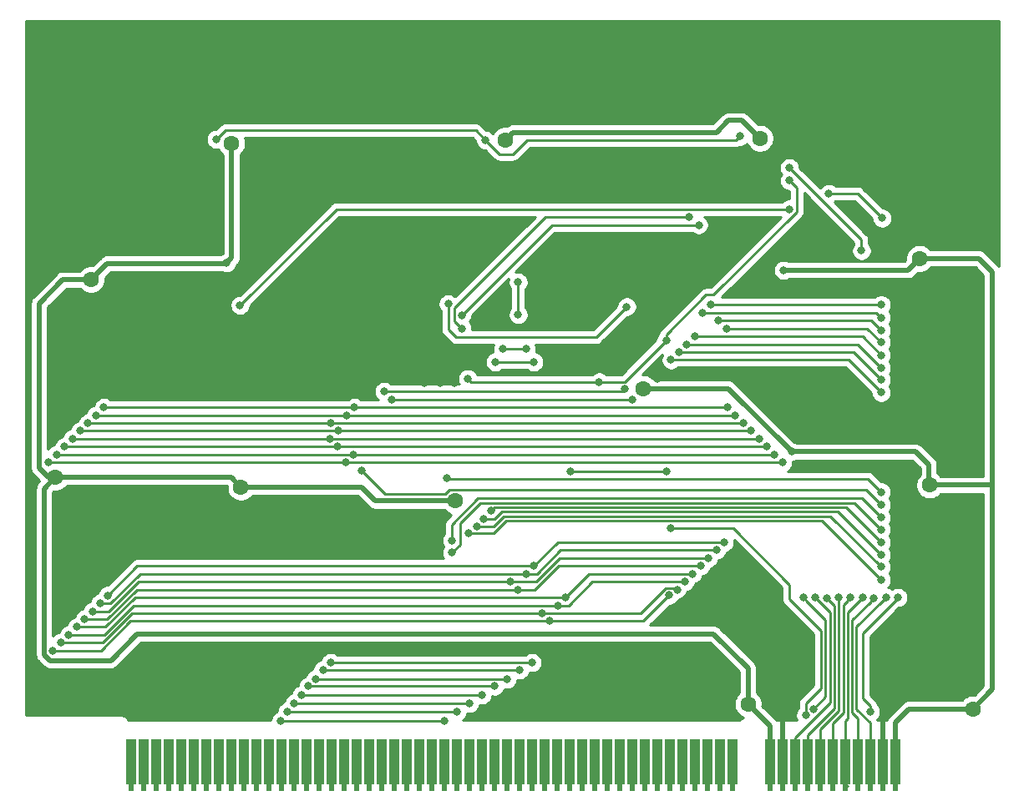
<source format=gbl>
G04 #@! TF.GenerationSoftware,KiCad,Pcbnew,(5.1.8)-1*
G04 #@! TF.CreationDate,2022-01-11T15:51:24-08:00*
G04 #@! TF.ProjectId,AddressRegisterModule,41646472-6573-4735-9265-676973746572,1.0*
G04 #@! TF.SameCoordinates,Original*
G04 #@! TF.FileFunction,Copper,L2,Bot*
G04 #@! TF.FilePolarity,Positive*
%FSLAX46Y46*%
G04 Gerber Fmt 4.6, Leading zero omitted, Abs format (unit mm)*
G04 Created by KiCad (PCBNEW (5.1.8)-1) date 2022-01-11 15:51:24*
%MOMM*%
%LPD*%
G01*
G04 APERTURE LIST*
G04 #@! TA.AperFunction,ConnectorPad*
%ADD10R,1.020000X4.570000*%
G04 #@! TD*
G04 #@! TA.AperFunction,ConnectorPad*
%ADD11R,0.510000X0.760000*%
G04 #@! TD*
G04 #@! TA.AperFunction,ViaPad*
%ADD12C,0.800000*%
G04 #@! TD*
G04 #@! TA.AperFunction,ViaPad*
%ADD13C,1.600000*%
G04 #@! TD*
G04 #@! TA.AperFunction,Conductor*
%ADD14C,0.500000*%
G04 #@! TD*
G04 #@! TA.AperFunction,Conductor*
%ADD15C,0.250000*%
G04 #@! TD*
G04 #@! TA.AperFunction,Conductor*
%ADD16C,0.254000*%
G04 #@! TD*
G04 #@! TA.AperFunction,Conductor*
%ADD17C,0.100000*%
G04 #@! TD*
G04 APERTURE END LIST*
D10*
X128270000Y-116670000D03*
X129540000Y-116670000D03*
X130800000Y-116670000D03*
X132080000Y-116670000D03*
X133350000Y-116670000D03*
X134620000Y-116670000D03*
X135890000Y-116670000D03*
X137160000Y-116670000D03*
X138430000Y-116670000D03*
X139700000Y-116670000D03*
X140970000Y-116670000D03*
X142230000Y-116670000D03*
X143510000Y-116670000D03*
X144780000Y-116670000D03*
X146050000Y-116670000D03*
X147320000Y-116670000D03*
X148590000Y-116670000D03*
X149860000Y-116670000D03*
X151120000Y-116670000D03*
X152400000Y-116670000D03*
X153660000Y-116670000D03*
X154940000Y-116670000D03*
X156210000Y-116670000D03*
X157480000Y-116670000D03*
X158750000Y-116670000D03*
X160020000Y-116670000D03*
X161290000Y-116670000D03*
X162560000Y-116670000D03*
X163830000Y-116670000D03*
X165100000Y-116670000D03*
X166370000Y-116670000D03*
X167640000Y-116670000D03*
X168910000Y-116670000D03*
X170180000Y-116670000D03*
X171450000Y-116670000D03*
X172720000Y-116670000D03*
X173990000Y-116670000D03*
X175260000Y-116670000D03*
X176530000Y-116670000D03*
X177800000Y-116670000D03*
X179070000Y-116670000D03*
X180340000Y-116670000D03*
X181610000Y-116670000D03*
X182880000Y-116670000D03*
X184150000Y-116670000D03*
X185420000Y-116670000D03*
X186690000Y-116670000D03*
X187960000Y-116670000D03*
X189230000Y-116670000D03*
X193040000Y-116670000D03*
X194310000Y-116670000D03*
X195580000Y-116670000D03*
X196850000Y-116670000D03*
X198120000Y-116670000D03*
X199390000Y-116670000D03*
X200660000Y-116670000D03*
X201930000Y-116670000D03*
X203200000Y-116670000D03*
X204470000Y-116670000D03*
X205730000Y-116670000D03*
D11*
X128270000Y-119330000D03*
X129540000Y-119330000D03*
X130800000Y-119330000D03*
X132080000Y-119330000D03*
X133350000Y-119330000D03*
X134620000Y-119330000D03*
X135890000Y-119330000D03*
X137160000Y-119330000D03*
X138430000Y-119330000D03*
X139700000Y-119330000D03*
X140970000Y-119330000D03*
X142230000Y-119330000D03*
X143510000Y-119330000D03*
X144780000Y-119330000D03*
X146050000Y-119330000D03*
X147320000Y-119330000D03*
X148590000Y-119330000D03*
X149860000Y-119330000D03*
X151120000Y-119330000D03*
X152400000Y-119330000D03*
X153660000Y-119330000D03*
X154940000Y-119330000D03*
X156210000Y-119330000D03*
X157480000Y-119330000D03*
X158750000Y-119330000D03*
X160020000Y-119330000D03*
X161290000Y-119330000D03*
X162560000Y-119330000D03*
X163830000Y-119330000D03*
X165100000Y-119330000D03*
X166370000Y-119330000D03*
X167640000Y-119330000D03*
X168910000Y-119330000D03*
X170180000Y-119330000D03*
X171450000Y-119330000D03*
X172720000Y-119330000D03*
X173990000Y-119330000D03*
X175260000Y-119330000D03*
X176530000Y-119330000D03*
X177800000Y-119330000D03*
X179070000Y-119330000D03*
X180340000Y-119330000D03*
X181610000Y-119330000D03*
X182880000Y-119330000D03*
X184150000Y-119330000D03*
X185420000Y-119330000D03*
X186690000Y-119330000D03*
X187960000Y-119330000D03*
X189230000Y-119330000D03*
X193040000Y-119330000D03*
X194310000Y-119330000D03*
X195580000Y-119330000D03*
X196850000Y-119330000D03*
X198120000Y-119330000D03*
X199390000Y-119330000D03*
X200660000Y-119330000D03*
X201930000Y-119330000D03*
X203200000Y-119330000D03*
X204470000Y-119330000D03*
X205730000Y-119330000D03*
D12*
X172200000Y-106800000D03*
X172200000Y-105200000D03*
X170600000Y-105200000D03*
X173800000Y-106800000D03*
X172200000Y-108400000D03*
X170600000Y-106800000D03*
X170600000Y-108400000D03*
X173800000Y-105200000D03*
X131200000Y-107000000D03*
X131200000Y-105400000D03*
X132800000Y-108600000D03*
X129600000Y-105400000D03*
X132800000Y-107000000D03*
X131200000Y-108600000D03*
X129600000Y-107000000D03*
X129600000Y-108600000D03*
X132800000Y-105400000D03*
X166600000Y-56200000D03*
X168200000Y-57800000D03*
X168200000Y-56200000D03*
X166600000Y-57800000D03*
X165000000Y-56200000D03*
X165000000Y-57800000D03*
X209200000Y-55600000D03*
X209200000Y-54000000D03*
X215600000Y-54000000D03*
X210800000Y-55600000D03*
X214000000Y-54000000D03*
X212400000Y-54000000D03*
X210800000Y-54000000D03*
X207600000Y-82200000D03*
X207600000Y-80600000D03*
X209200000Y-83800000D03*
X206000000Y-80600000D03*
X209200000Y-82200000D03*
X207600000Y-83800000D03*
X206000000Y-83800000D03*
X209200000Y-80600000D03*
X196200000Y-82200000D03*
X196200000Y-80600000D03*
X197800000Y-83800000D03*
X194600000Y-80600000D03*
X197800000Y-82200000D03*
X196200000Y-83800000D03*
X194600000Y-82200000D03*
X197800000Y-80600000D03*
X133800000Y-89200000D03*
X133800000Y-95600000D03*
X130600000Y-92400000D03*
X133800000Y-94000000D03*
X133800000Y-90800000D03*
X130600000Y-94000000D03*
X130600000Y-95600000D03*
X133800000Y-92400000D03*
X141800000Y-60000000D03*
X141800000Y-58400000D03*
X143400000Y-61600000D03*
X140200000Y-58400000D03*
X143400000Y-60000000D03*
X141800000Y-61600000D03*
X140200000Y-60000000D03*
X140200000Y-61600000D03*
X143400000Y-58400000D03*
X145400000Y-69600000D03*
X145400000Y-68000000D03*
X147000000Y-71200000D03*
X143800000Y-68000000D03*
X147000000Y-69600000D03*
X145400000Y-71200000D03*
X143800000Y-69600000D03*
X143800000Y-71200000D03*
X147000000Y-68000000D03*
X190800000Y-57800000D03*
X192400000Y-59400000D03*
X191600000Y-58600000D03*
X212400000Y-55600000D03*
X214000000Y-55600000D03*
X215600000Y-55600000D03*
X155200000Y-54400000D03*
X155200000Y-56000000D03*
X155200000Y-57600000D03*
X156800000Y-54400000D03*
X186600000Y-66200000D03*
X188200000Y-66200000D03*
X186600000Y-67800000D03*
X191400000Y-67000000D03*
X191400000Y-68600000D03*
X189800000Y-68600000D03*
X193000000Y-68600000D03*
X181600000Y-77800000D03*
X173400000Y-76400000D03*
X171800000Y-76400000D03*
X152400000Y-77800000D03*
X152400000Y-79400000D03*
X158000000Y-78200000D03*
X159600000Y-78200000D03*
X161000000Y-78200000D03*
X147600000Y-92400000D03*
X147600000Y-94000000D03*
X147600000Y-95600000D03*
X149200000Y-95600000D03*
X150800000Y-95600000D03*
X149200000Y-94000000D03*
X142200000Y-92200000D03*
X140600000Y-90600000D03*
X142200000Y-90600000D03*
X131400000Y-79400000D03*
X129800000Y-79400000D03*
X131400000Y-77800000D03*
X163600000Y-64400000D03*
X162000000Y-64400000D03*
X160400000Y-64400000D03*
X158800000Y-64400000D03*
X158800000Y-62800000D03*
X169800000Y-56200000D03*
X169800000Y-57800000D03*
X169800000Y-59400000D03*
X168200000Y-59400000D03*
X166600000Y-59400000D03*
X171400000Y-59400000D03*
X193600000Y-99800000D03*
X192000000Y-99800000D03*
X190400000Y-99800000D03*
X188800000Y-99800000D03*
X188800000Y-98200000D03*
X188800000Y-96600000D03*
X190400000Y-96600000D03*
X190400000Y-98200000D03*
X192000000Y-98200000D03*
X187200000Y-98200000D03*
X187200000Y-99800000D03*
X185600000Y-99800000D03*
X211200000Y-91000000D03*
X211200000Y-90000000D03*
D13*
X205094036Y-110850010D03*
X193200000Y-110850010D03*
D12*
X127800000Y-51400000D03*
X129400000Y-51400000D03*
X131000000Y-51400000D03*
X131000000Y-53000000D03*
X129400000Y-53000000D03*
X127800000Y-53000000D03*
D13*
X190800000Y-110800000D03*
X213600000Y-111300000D03*
X120600000Y-87800000D03*
X139400000Y-88800000D03*
X209200000Y-88600000D03*
X208200000Y-65600000D03*
D12*
X137950000Y-66050000D03*
D13*
X138450000Y-53950000D03*
X161100000Y-90200000D03*
D12*
X195200000Y-85200000D03*
X194400000Y-66800000D03*
D13*
X180200000Y-78800000D03*
X192000000Y-53400000D03*
X166200000Y-53600000D03*
X124200000Y-67750000D03*
D12*
X143450000Y-112500000D03*
X160000000Y-112500000D03*
X144100000Y-111600000D03*
X161300000Y-111600000D03*
X144800000Y-110750000D03*
X162550000Y-110750000D03*
X145550000Y-109900000D03*
X163850000Y-109900000D03*
X146200000Y-109000000D03*
X165100000Y-109000000D03*
X166350000Y-108300000D03*
X146950000Y-108274990D03*
X147700000Y-107350000D03*
X167650000Y-107350000D03*
X148500000Y-106600000D03*
X168900000Y-106600000D03*
X162500000Y-93500000D03*
X204300000Y-98200000D03*
X204300000Y-96900000D03*
X163302539Y-92774990D03*
X204300000Y-95700000D03*
X164025010Y-91999998D03*
X204300000Y-94400000D03*
X164789261Y-91189247D03*
X160800000Y-95450000D03*
X204300000Y-93100000D03*
X160800000Y-94200000D03*
X204300000Y-91900000D03*
X204300000Y-90600000D03*
X151600010Y-87100000D03*
X204300000Y-89300000D03*
X160250000Y-87850000D03*
X183000000Y-75900000D03*
X204300000Y-79200000D03*
X183800000Y-75100000D03*
X204300000Y-77900000D03*
X184600000Y-74300000D03*
X204300000Y-76700000D03*
X185400000Y-73500000D03*
X204300000Y-75400000D03*
X188600000Y-72700000D03*
X204300000Y-74100000D03*
X187800000Y-71900000D03*
X204300000Y-72900000D03*
X186200000Y-71100000D03*
X204300000Y-71600000D03*
X172800000Y-87200000D03*
X182574968Y-87200000D03*
X187000000Y-70299938D03*
X204300000Y-70300000D03*
X183000000Y-93000000D03*
X196641274Y-111951427D03*
X160400000Y-70200000D03*
X178499998Y-70500000D03*
X197400000Y-111300000D03*
X136899999Y-53500000D03*
X164200000Y-53600000D03*
X189998955Y-53201051D03*
X196400000Y-100000000D03*
X204400000Y-61500000D03*
X203200000Y-111600000D03*
X206000029Y-100000000D03*
X199000000Y-59000000D03*
X185800000Y-62200000D03*
X161775021Y-71343401D03*
X197612660Y-100012660D03*
X184800000Y-61400000D03*
X161800012Y-72700000D03*
X198830541Y-100079704D03*
X200000000Y-100000000D03*
X201187333Y-100000002D03*
X202400000Y-100000000D03*
X203575509Y-100094403D03*
X195000000Y-56400000D03*
X202300000Y-64800000D03*
X204800018Y-100000000D03*
X182500000Y-73900000D03*
X195000000Y-57700000D03*
X162400000Y-77800000D03*
X175723442Y-78123438D03*
X172300000Y-100000000D03*
X185200000Y-97600000D03*
X122750000Y-103000000D03*
X171500000Y-100800000D03*
X184400000Y-98400000D03*
X121950000Y-103800000D03*
X170700000Y-102400000D03*
X120300010Y-105400000D03*
X182800000Y-99774880D03*
X169900000Y-101600000D03*
X121150000Y-104550000D03*
X183612083Y-99191317D03*
X153900024Y-79100000D03*
X178342129Y-78845481D03*
X154700000Y-79900000D03*
X179093303Y-79902573D03*
X169100000Y-96800000D03*
X169100000Y-76100000D03*
X165199994Y-76100000D03*
X188400000Y-94400000D03*
X125900000Y-99800000D03*
X168300000Y-97600000D03*
X168300000Y-74800000D03*
X165925010Y-74800000D03*
X187600000Y-95200000D03*
X125100000Y-100600000D03*
X167500000Y-99200000D03*
X167500000Y-71300000D03*
X167500000Y-68000000D03*
X186000000Y-96800000D03*
X123550000Y-102200000D03*
X166700000Y-98400000D03*
X186800000Y-96000000D03*
X124350000Y-101400000D03*
X150800000Y-85500000D03*
X120700000Y-85500000D03*
X193500000Y-85500000D03*
X150000000Y-86300000D03*
X119900000Y-86300000D03*
X194300000Y-86300000D03*
X149200000Y-84700000D03*
X121500000Y-84700000D03*
X192700000Y-84700000D03*
X148400000Y-83900000D03*
X122300000Y-83900000D03*
X191900000Y-83900000D03*
X148500000Y-82300000D03*
X190300000Y-82300000D03*
X123900000Y-82300000D03*
X149300000Y-83100000D03*
X191100000Y-83100000D03*
X123100000Y-83100000D03*
X150100000Y-81500000D03*
X189500000Y-81500000D03*
X124700000Y-81500000D03*
X150900000Y-80699938D03*
X188700000Y-80700000D03*
X125500000Y-80699938D03*
X139299998Y-70350000D03*
X194987336Y-60587345D03*
D14*
X204470000Y-119330000D02*
X204470000Y-111474046D01*
X194310000Y-119330000D02*
X194310000Y-111960010D01*
X204470000Y-111474046D02*
X205094036Y-110850010D01*
X194310000Y-111960010D02*
X193200000Y-110850010D01*
X205730000Y-112702880D02*
X207132880Y-111300000D01*
X207132880Y-111300000D02*
X213600000Y-111300000D01*
X138400000Y-87800000D02*
X139400000Y-88800000D01*
X120600000Y-87800000D02*
X138400000Y-87800000D01*
X124200000Y-67750000D02*
X124200000Y-67750000D01*
X137900000Y-66100000D02*
X137950000Y-66050000D01*
X125850000Y-66100000D02*
X137900000Y-66100000D01*
X215550000Y-109350000D02*
X213600000Y-111300000D01*
X215450000Y-88600000D02*
X215550000Y-88700000D01*
X209200000Y-88600000D02*
X215450000Y-88600000D01*
X215550000Y-88700000D02*
X215550000Y-109350000D01*
X215550000Y-66950000D02*
X215550000Y-88700000D01*
X214200000Y-65600000D02*
X215550000Y-66950000D01*
X208200000Y-65600000D02*
X214200000Y-65600000D01*
X138450000Y-65550000D02*
X137950000Y-66050000D01*
X138450000Y-53950000D02*
X138450000Y-65550000D01*
X139400000Y-88800000D02*
X151600000Y-88800000D01*
X153000000Y-90200000D02*
X161100000Y-90200000D01*
X151600000Y-88800000D02*
X153000000Y-90200000D01*
X209125000Y-88525000D02*
X209200000Y-88600000D01*
X209125000Y-86525000D02*
X209125000Y-88525000D01*
X207800000Y-85200000D02*
X209125000Y-86525000D01*
X195200000Y-85200000D02*
X207800000Y-85200000D01*
X120600000Y-87800000D02*
X119850000Y-87800000D01*
X119850000Y-87800000D02*
X118950000Y-86900000D01*
X118950000Y-86900000D02*
X118950000Y-70150000D01*
X118950000Y-70150000D02*
X121350000Y-67750000D01*
X121350000Y-67750000D02*
X124200000Y-67750000D01*
X190800000Y-110800000D02*
X190800000Y-107200000D01*
X190800000Y-107200000D02*
X187300000Y-103700000D01*
X126200000Y-106400000D02*
X120050000Y-106400000D01*
X187300000Y-103700000D02*
X128900000Y-103700000D01*
X128900000Y-103700000D02*
X126200000Y-106400000D01*
X120050000Y-106400000D02*
X119450000Y-105800000D01*
X119450000Y-105800000D02*
X119450000Y-88950000D01*
X119450000Y-88950000D02*
X120600000Y-87800000D01*
X207000000Y-66800000D02*
X194400000Y-66800000D01*
X208200000Y-65600000D02*
X207000000Y-66800000D01*
X188800000Y-78800000D02*
X180200000Y-78800000D01*
X195200000Y-85200000D02*
X188800000Y-78800000D01*
X190200000Y-51600000D02*
X192000000Y-53400000D01*
X188800000Y-51600000D02*
X190200000Y-51600000D01*
X187600000Y-52800000D02*
X188800000Y-51600000D01*
X167000000Y-52800000D02*
X187600000Y-52800000D01*
X166200000Y-53600000D02*
X167000000Y-52800000D01*
X205730000Y-119330000D02*
X205730000Y-112702880D01*
X193040000Y-113040000D02*
X190800000Y-110800000D01*
X193040000Y-119330000D02*
X193040000Y-113040000D01*
X124200000Y-67750000D02*
X125850000Y-66100000D01*
D15*
X143450000Y-112500000D02*
X160000000Y-112500000D01*
X144100000Y-111600000D02*
X161300000Y-111600000D01*
X144800000Y-110750000D02*
X162550000Y-110750000D01*
X145550000Y-109900000D02*
X163850000Y-109900000D01*
X146200000Y-109000000D02*
X165100000Y-109000000D01*
X166350000Y-108300000D02*
X166324990Y-108274990D01*
X166324990Y-108274990D02*
X146950000Y-108274990D01*
X147700000Y-107350000D02*
X167650000Y-107350000D01*
X148500000Y-106600000D02*
X168900000Y-106600000D01*
X166300000Y-92200000D02*
X198300000Y-92200000D01*
X198300000Y-92200000D02*
X204300000Y-98200000D01*
X165000000Y-93500000D02*
X166300000Y-92200000D01*
X162500000Y-93500000D02*
X165000000Y-93500000D01*
X166013600Y-91749989D02*
X164988600Y-92774990D01*
X199149989Y-91749989D02*
X166013600Y-91749989D01*
X204300000Y-96900000D02*
X199149989Y-91749989D01*
X164988600Y-92774990D02*
X163302539Y-92774990D01*
X165827200Y-91299978D02*
X165127180Y-91999998D01*
X164025010Y-92025008D02*
X164025010Y-91999998D01*
X165127180Y-91999998D02*
X164025010Y-91999998D01*
X204300000Y-95700000D02*
X199899978Y-91299978D01*
X199899978Y-91299978D02*
X165827200Y-91299978D01*
X164100002Y-92100000D02*
X164025010Y-92025008D01*
X204300000Y-94400000D02*
X200749967Y-90849967D01*
X165128541Y-90849967D02*
X164789261Y-91189247D01*
X200749967Y-90849967D02*
X165128541Y-90849967D01*
X161600000Y-94650000D02*
X160800000Y-95450000D01*
X161600000Y-92426996D02*
X161600000Y-94650000D01*
X163627040Y-90399956D02*
X161600000Y-92426996D01*
X201599956Y-90399956D02*
X163627040Y-90399956D01*
X204300000Y-93100000D02*
X201599956Y-90399956D01*
X163440640Y-89949945D02*
X160800000Y-92590585D01*
X204300000Y-91900000D02*
X202349945Y-89949945D01*
X160800000Y-92590585D02*
X160800000Y-94200000D01*
X202349945Y-89949945D02*
X163440640Y-89949945D01*
X153999944Y-89499934D02*
X152000009Y-87499999D01*
X152000009Y-87499999D02*
X151600010Y-87100000D01*
X204300000Y-90600000D02*
X202774998Y-89074998D01*
X160085062Y-89499934D02*
X153999944Y-89499934D01*
X160509998Y-89074998D02*
X160085062Y-89499934D01*
X202774998Y-89074998D02*
X160509998Y-89074998D01*
X202950000Y-87950000D02*
X160350000Y-87950000D01*
X204300000Y-89300000D02*
X202950000Y-87950000D01*
X160350000Y-87950000D02*
X160250000Y-87850000D01*
X201000000Y-75900000D02*
X204300000Y-79200000D01*
X183000000Y-75900000D02*
X201000000Y-75900000D01*
X201500000Y-75100000D02*
X204300000Y-77900000D01*
X183800000Y-75100000D02*
X201500000Y-75100000D01*
X201900000Y-74300000D02*
X204300000Y-76700000D01*
X184600000Y-74300000D02*
X201900000Y-74300000D01*
X202400000Y-73500000D02*
X204300000Y-75400000D01*
X185400000Y-73500000D02*
X202400000Y-73500000D01*
X202900000Y-72700000D02*
X204300000Y-74100000D01*
X188600000Y-72700000D02*
X202900000Y-72700000D01*
X203300000Y-71900000D02*
X204300000Y-72900000D01*
X187800000Y-71900000D02*
X203300000Y-71900000D01*
X172800000Y-87200000D02*
X182574968Y-87200000D01*
X203800000Y-71100000D02*
X204300000Y-71600000D01*
X186200000Y-71100000D02*
X203800000Y-71100000D01*
X204299938Y-70299938D02*
X204300000Y-70300000D01*
X187000000Y-70299938D02*
X204299938Y-70299938D01*
X189300000Y-93000000D02*
X183000000Y-93000000D01*
X195000000Y-98700000D02*
X189300000Y-93000000D01*
X198200000Y-103400000D02*
X195000000Y-100200000D01*
X198200000Y-109200000D02*
X198200000Y-103400000D01*
X196641274Y-110758726D02*
X198200000Y-109200000D01*
X195000000Y-100200000D02*
X195000000Y-98700000D01*
X196641274Y-111951427D02*
X196641274Y-110758726D01*
X175399998Y-73600000D02*
X178499998Y-70500000D01*
X161200000Y-73600000D02*
X175399998Y-73600000D01*
X160400000Y-70200000D02*
X160400000Y-72800000D01*
X160400000Y-72800000D02*
X161200000Y-73600000D01*
X163200001Y-52600001D02*
X164200000Y-53600000D01*
X137799998Y-52600001D02*
X163200001Y-52600001D01*
X136899999Y-53500000D02*
X137799998Y-52600001D01*
X165600000Y-55000000D02*
X164200000Y-53600000D01*
X167000000Y-55000000D02*
X165600000Y-55000000D01*
X168400000Y-53600000D02*
X167000000Y-55000000D01*
X189600006Y-53600000D02*
X168400000Y-53600000D01*
X189998955Y-53201051D02*
X189600006Y-53600000D01*
X197400000Y-111300000D02*
X198650011Y-110049989D01*
X198650011Y-110049989D02*
X198650011Y-102250011D01*
X198650011Y-102250011D02*
X196799999Y-100399999D01*
X196799999Y-100399999D02*
X196400000Y-100000000D01*
X202400000Y-103673004D02*
X206000029Y-100072975D01*
X206000029Y-100072975D02*
X206000029Y-100000000D01*
X202400000Y-110200000D02*
X202400000Y-103673004D01*
X203200000Y-111000000D02*
X202400000Y-110200000D01*
X203200000Y-111600000D02*
X203200000Y-111000000D01*
X204400000Y-61500000D02*
X201900000Y-59000000D01*
X201900000Y-59000000D02*
X199000000Y-59000000D01*
X128270000Y-119330000D02*
X128270000Y-116670000D01*
X129540000Y-119330000D02*
X129540000Y-116670000D01*
X130800000Y-119330000D02*
X130800000Y-116670000D01*
X132080000Y-119330000D02*
X132080000Y-116670000D01*
X133350000Y-119330000D02*
X133350000Y-116670000D01*
X134620000Y-119330000D02*
X134620000Y-116670000D01*
X135890000Y-119330000D02*
X135890000Y-116670000D01*
X137160000Y-119330000D02*
X137160000Y-116670000D01*
X138430000Y-119330000D02*
X138430000Y-116670000D01*
X139700000Y-119330000D02*
X139700000Y-116670000D01*
X140970000Y-119330000D02*
X140970000Y-116670000D01*
X142230000Y-119330000D02*
X142230000Y-116670000D01*
X143510000Y-119330000D02*
X143510000Y-116670000D01*
X144780000Y-119330000D02*
X144780000Y-116670000D01*
X146050000Y-119330000D02*
X146050000Y-116670000D01*
X147320000Y-119330000D02*
X147320000Y-116670000D01*
X148590000Y-119330000D02*
X148590000Y-116670000D01*
X149860000Y-119330000D02*
X149860000Y-116670000D01*
X151120000Y-119330000D02*
X151120000Y-116670000D01*
X152400000Y-119330000D02*
X152400000Y-116670000D01*
X153660000Y-119330000D02*
X153660000Y-116670000D01*
X154940000Y-119330000D02*
X154940000Y-116670000D01*
X156210000Y-119330000D02*
X156210000Y-116670000D01*
X157480000Y-119330000D02*
X157480000Y-116670000D01*
X158750000Y-119330000D02*
X158750000Y-116670000D01*
X160020000Y-119330000D02*
X160020000Y-116670000D01*
X161290000Y-119330000D02*
X161290000Y-116670000D01*
X162560000Y-119330000D02*
X162560000Y-116670000D01*
X163830000Y-119330000D02*
X163830000Y-116670000D01*
X165100000Y-119330000D02*
X165100000Y-116670000D01*
X166370000Y-119330000D02*
X166370000Y-116670000D01*
X167640000Y-119330000D02*
X167640000Y-116670000D01*
X168910000Y-119330000D02*
X168910000Y-116670000D01*
X170180000Y-119330000D02*
X170180000Y-116670000D01*
X171450000Y-119330000D02*
X171450000Y-116670000D01*
X172720000Y-119330000D02*
X172720000Y-116670000D01*
X173990000Y-119330000D02*
X173990000Y-116670000D01*
X175260000Y-119330000D02*
X175260000Y-116670000D01*
X176530000Y-119330000D02*
X176530000Y-116670000D01*
X177800000Y-119330000D02*
X177800000Y-116670000D01*
X179070000Y-119330000D02*
X179070000Y-116670000D01*
X180340000Y-119330000D02*
X180340000Y-116670000D01*
X181610000Y-119330000D02*
X181610000Y-116670000D01*
X182880000Y-119330000D02*
X182880000Y-116670000D01*
X184150000Y-119330000D02*
X184150000Y-116670000D01*
X185420000Y-119330000D02*
X185420000Y-116670000D01*
X186690000Y-119330000D02*
X186690000Y-116670000D01*
X187960000Y-119330000D02*
X187960000Y-116670000D01*
X189230000Y-119330000D02*
X189230000Y-116670000D01*
X185800000Y-62200000D02*
X170918422Y-62200000D01*
X170918422Y-62200000D02*
X161775021Y-71343401D01*
X195580000Y-114193004D02*
X199100022Y-110672982D01*
X199100022Y-110672982D02*
X199100022Y-101500022D01*
X195580000Y-119330000D02*
X195580000Y-114193004D01*
X198012659Y-100412659D02*
X197612660Y-100012660D01*
X199100022Y-101500022D02*
X198012659Y-100412659D01*
X184800000Y-61400000D02*
X170273002Y-61400000D01*
X170273002Y-61400000D02*
X161050011Y-70622991D01*
X161050011Y-70622991D02*
X161050011Y-71949999D01*
X161050011Y-71949999D02*
X161800012Y-72700000D01*
X196850000Y-119330000D02*
X196850000Y-113950000D01*
X199230540Y-100479703D02*
X198830541Y-100079704D01*
X196850000Y-113950000D02*
X199550033Y-111249967D01*
X199550033Y-111249967D02*
X199550033Y-100799196D01*
X199550033Y-100799196D02*
X199230540Y-100479703D01*
X200000044Y-100565729D02*
X200000000Y-100565685D01*
X198120000Y-113380000D02*
X200000044Y-111499956D01*
X200000044Y-111499956D02*
X200000044Y-100565729D01*
X200000000Y-100565685D02*
X200000000Y-100000000D01*
X198120000Y-119330000D02*
X198120000Y-113380000D01*
X199390000Y-112746411D02*
X200450055Y-111686356D01*
X200787334Y-100400001D02*
X201187333Y-100000002D01*
X200450055Y-100737280D02*
X200787334Y-100400001D01*
X200450055Y-111686356D02*
X200450055Y-100737280D01*
X199390000Y-119330000D02*
X199390000Y-112746411D01*
X200660000Y-119330000D02*
X200900022Y-119089978D01*
X200660000Y-119330000D02*
X200660000Y-116670000D01*
X200660000Y-112540000D02*
X200900066Y-112299934D01*
X202000001Y-100399999D02*
X202400000Y-100000000D01*
X200660000Y-116670000D02*
X200660000Y-112540000D01*
X200900066Y-112299934D02*
X200900066Y-101499934D01*
X200900066Y-101499934D02*
X202000001Y-100399999D01*
X201350077Y-102319835D02*
X203175510Y-100494402D01*
X203175510Y-100494402D02*
X203575509Y-100094403D01*
X201930000Y-112230000D02*
X201350077Y-111650077D01*
X201350077Y-111650077D02*
X201350077Y-102319835D01*
X201930000Y-119330000D02*
X201930000Y-112230000D01*
X202300000Y-63700000D02*
X202300000Y-64800000D01*
X195000000Y-56400000D02*
X202300000Y-63700000D01*
X203200000Y-119330000D02*
X203200000Y-112700000D01*
X204400019Y-100399999D02*
X204800018Y-100000000D01*
X201800088Y-111300088D02*
X201800088Y-102999930D01*
X201800088Y-102999930D02*
X204400019Y-100399999D01*
X203200000Y-112700000D02*
X201800088Y-111300088D01*
X186534315Y-69300000D02*
X182500000Y-73334315D01*
X187300000Y-69300000D02*
X186534315Y-69300000D01*
X195725001Y-58425001D02*
X195725001Y-60874999D01*
X195000000Y-57700000D02*
X195725001Y-58425001D01*
X182500000Y-73334315D02*
X182500000Y-73900000D01*
X195725001Y-60874999D02*
X187300000Y-69300000D01*
X178276562Y-78123438D02*
X175723442Y-78123438D01*
X182500000Y-73900000D02*
X178276562Y-78123438D01*
X162723438Y-78123438D02*
X162400000Y-77800000D01*
X175723442Y-78123438D02*
X162723438Y-78123438D01*
X172300000Y-100000000D02*
X174700000Y-97600000D01*
X174700000Y-97600000D02*
X185200000Y-97600000D01*
X172300000Y-100000000D02*
X128682235Y-100000000D01*
X128682235Y-100000000D02*
X125682235Y-103000000D01*
X125682235Y-103000000D02*
X122750000Y-103000000D01*
X171500000Y-100800000D02*
X172600000Y-100800000D01*
X175000000Y-98400000D02*
X184400000Y-98400000D01*
X172600000Y-100800000D02*
X175000000Y-98400000D01*
X171500000Y-100800000D02*
X128518646Y-100800000D01*
X128518646Y-100800000D02*
X125518646Y-103800000D01*
X125518646Y-103800000D02*
X121950000Y-103800000D01*
X128191467Y-102400000D02*
X125191467Y-105400000D01*
X170700000Y-102400000D02*
X128191467Y-102400000D01*
X125191467Y-105400000D02*
X120300010Y-105400000D01*
X180174880Y-102400000D02*
X182800000Y-99774880D01*
X170700000Y-102400000D02*
X180174880Y-102400000D01*
X128355056Y-101600000D02*
X125405056Y-104550000D01*
X125405056Y-104550000D02*
X121150000Y-104550000D01*
X169900000Y-101600000D02*
X128355056Y-101600000D01*
X183470644Y-99049878D02*
X183612083Y-99191317D01*
X169900000Y-101600000D02*
X179901876Y-101600000D01*
X182451998Y-99049878D02*
X183470644Y-99049878D01*
X179901876Y-101600000D02*
X182451998Y-99049878D01*
X178087610Y-79100000D02*
X178342129Y-78845481D01*
X153900024Y-79100000D02*
X178087610Y-79100000D01*
X177826996Y-79900000D02*
X177851998Y-79925002D01*
X177851998Y-79925002D02*
X179070874Y-79925002D01*
X179070874Y-79925002D02*
X179093303Y-79902573D01*
X154700000Y-79900000D02*
X177826996Y-79900000D01*
X169100000Y-76100000D02*
X165199994Y-76100000D01*
X169100000Y-96800000D02*
X171500000Y-94400000D01*
X171500000Y-94400000D02*
X188400000Y-94400000D01*
X128900000Y-96800000D02*
X125900000Y-99800000D01*
X169100000Y-96800000D02*
X128900000Y-96800000D01*
X168300000Y-74800000D02*
X165925010Y-74800000D01*
X168300000Y-97600000D02*
X169400000Y-97600000D01*
X169400000Y-97600000D02*
X171800000Y-95200000D01*
X171800000Y-95200000D02*
X187600000Y-95200000D01*
X168300000Y-97600000D02*
X129173002Y-97600000D01*
X129173002Y-97600000D02*
X126173002Y-100600000D01*
X126173002Y-100600000D02*
X125100000Y-100600000D01*
X167500000Y-71300000D02*
X167500000Y-68000000D01*
X171600000Y-96800000D02*
X186000000Y-96800000D01*
X167500000Y-99200000D02*
X169200000Y-99200000D01*
X169200000Y-99200000D02*
X171600000Y-96800000D01*
X167500000Y-99200000D02*
X128845824Y-99200000D01*
X128845824Y-99200000D02*
X125845824Y-102200000D01*
X125845824Y-102200000D02*
X123550000Y-102200000D01*
X166700000Y-98400000D02*
X169300000Y-98400000D01*
X169300000Y-98400000D02*
X171700000Y-96000000D01*
X171700000Y-96000000D02*
X186800000Y-96000000D01*
X166700000Y-98400000D02*
X129009413Y-98400000D01*
X129009413Y-98400000D02*
X126009413Y-101400000D01*
X126009413Y-101400000D02*
X124350000Y-101400000D01*
X193500000Y-85500000D02*
X150800000Y-85500000D01*
X150800000Y-85500000D02*
X120700000Y-85500000D01*
X150000000Y-86300000D02*
X194300000Y-86300000D01*
X119900000Y-86300000D02*
X150000000Y-86300000D01*
X149200000Y-84700000D02*
X192700000Y-84700000D01*
X121500000Y-84700000D02*
X149200000Y-84700000D01*
X191900000Y-83900000D02*
X148400000Y-83900000D01*
X148400000Y-83900000D02*
X122300000Y-83900000D01*
X190300000Y-82300000D02*
X148500000Y-82300000D01*
X148500000Y-82300000D02*
X123900000Y-82300000D01*
X149300000Y-83100000D02*
X191100000Y-83100000D01*
X123100000Y-83100000D02*
X149300000Y-83100000D01*
X150100000Y-81500000D02*
X189500000Y-81500000D01*
X124700000Y-81500000D02*
X150100000Y-81500000D01*
X188699938Y-80699938D02*
X188700000Y-80700000D01*
X150900000Y-80699938D02*
X125500000Y-80699938D01*
X188700000Y-80700000D02*
X180023004Y-80700000D01*
X179998002Y-80725002D02*
X151490749Y-80725002D01*
X151490749Y-80725002D02*
X151465685Y-80699938D01*
X180023004Y-80700000D02*
X179998002Y-80725002D01*
X151465685Y-80699938D02*
X150900000Y-80699938D01*
X139100000Y-70549998D02*
X139299998Y-70350000D01*
X149062653Y-60587345D02*
X194987336Y-60587345D01*
X139299998Y-70350000D02*
X149062653Y-60587345D01*
D16*
X216207885Y-66356601D02*
X216206532Y-66354953D01*
X216206530Y-66354951D01*
X216178817Y-66321183D01*
X216145050Y-66293471D01*
X214856534Y-65004956D01*
X214828817Y-64971183D01*
X214694059Y-64860589D01*
X214540313Y-64778411D01*
X214373490Y-64727805D01*
X214243477Y-64715000D01*
X214243469Y-64715000D01*
X214200000Y-64710719D01*
X214156531Y-64715000D01*
X209334521Y-64715000D01*
X209314637Y-64685241D01*
X209114759Y-64485363D01*
X208879727Y-64328320D01*
X208618574Y-64220147D01*
X208341335Y-64165000D01*
X208058665Y-64165000D01*
X207781426Y-64220147D01*
X207520273Y-64328320D01*
X207285241Y-64485363D01*
X207085363Y-64685241D01*
X206928320Y-64920273D01*
X206820147Y-65181426D01*
X206765000Y-65458665D01*
X206765000Y-65741335D01*
X206771983Y-65776439D01*
X206633422Y-65915000D01*
X194938454Y-65915000D01*
X194890256Y-65882795D01*
X194701898Y-65804774D01*
X194501939Y-65765000D01*
X194298061Y-65765000D01*
X194098102Y-65804774D01*
X193909744Y-65882795D01*
X193740226Y-65996063D01*
X193596063Y-66140226D01*
X193482795Y-66309744D01*
X193404774Y-66498102D01*
X193365000Y-66698061D01*
X193365000Y-66901939D01*
X193404774Y-67101898D01*
X193482795Y-67290256D01*
X193596063Y-67459774D01*
X193740226Y-67603937D01*
X193909744Y-67717205D01*
X194098102Y-67795226D01*
X194298061Y-67835000D01*
X194501939Y-67835000D01*
X194701898Y-67795226D01*
X194890256Y-67717205D01*
X194938454Y-67685000D01*
X206956531Y-67685000D01*
X207000000Y-67689281D01*
X207043469Y-67685000D01*
X207043477Y-67685000D01*
X207173490Y-67672195D01*
X207340313Y-67621589D01*
X207494059Y-67539411D01*
X207628817Y-67428817D01*
X207656534Y-67395044D01*
X208023561Y-67028017D01*
X208058665Y-67035000D01*
X208341335Y-67035000D01*
X208618574Y-66979853D01*
X208879727Y-66871680D01*
X209114759Y-66714637D01*
X209314637Y-66514759D01*
X209334521Y-66485000D01*
X213833422Y-66485000D01*
X214665000Y-67316579D01*
X214665001Y-87715000D01*
X210334521Y-87715000D01*
X210314637Y-87685241D01*
X210114759Y-87485363D01*
X210010000Y-87415365D01*
X210010000Y-86568469D01*
X210014281Y-86525000D01*
X210010000Y-86481531D01*
X210010000Y-86481523D01*
X209997195Y-86351510D01*
X209992589Y-86336324D01*
X209964420Y-86243468D01*
X209946589Y-86184687D01*
X209864411Y-86030941D01*
X209840210Y-86001452D01*
X209781532Y-85929953D01*
X209781530Y-85929951D01*
X209753817Y-85896183D01*
X209720050Y-85868471D01*
X208456534Y-84604956D01*
X208428817Y-84571183D01*
X208294059Y-84460589D01*
X208140313Y-84378411D01*
X207973490Y-84327805D01*
X207843477Y-84315000D01*
X207843469Y-84315000D01*
X207800000Y-84310719D01*
X207756531Y-84315000D01*
X195738454Y-84315000D01*
X195690256Y-84282795D01*
X195501898Y-84204774D01*
X195445044Y-84193465D01*
X189456534Y-78204956D01*
X189428817Y-78171183D01*
X189294059Y-78060589D01*
X189140313Y-77978411D01*
X188973490Y-77927805D01*
X188843477Y-77915000D01*
X188843469Y-77915000D01*
X188800000Y-77910719D01*
X188756531Y-77915000D01*
X181334521Y-77915000D01*
X181314637Y-77885241D01*
X181114759Y-77685363D01*
X180879727Y-77528320D01*
X180618574Y-77420147D01*
X180341335Y-77365000D01*
X180109801Y-77365000D01*
X182118512Y-75356290D01*
X182082795Y-75409744D01*
X182004774Y-75598102D01*
X181965000Y-75798061D01*
X181965000Y-76001939D01*
X182004774Y-76201898D01*
X182082795Y-76390256D01*
X182196063Y-76559774D01*
X182340226Y-76703937D01*
X182509744Y-76817205D01*
X182698102Y-76895226D01*
X182898061Y-76935000D01*
X183101939Y-76935000D01*
X183301898Y-76895226D01*
X183490256Y-76817205D01*
X183659774Y-76703937D01*
X183703711Y-76660000D01*
X200685199Y-76660000D01*
X203265000Y-79239802D01*
X203265000Y-79301939D01*
X203304774Y-79501898D01*
X203382795Y-79690256D01*
X203496063Y-79859774D01*
X203640226Y-80003937D01*
X203809744Y-80117205D01*
X203998102Y-80195226D01*
X204198061Y-80235000D01*
X204401939Y-80235000D01*
X204601898Y-80195226D01*
X204790256Y-80117205D01*
X204959774Y-80003937D01*
X205103937Y-79859774D01*
X205217205Y-79690256D01*
X205295226Y-79501898D01*
X205335000Y-79301939D01*
X205335000Y-79098061D01*
X205295226Y-78898102D01*
X205217205Y-78709744D01*
X205110468Y-78550000D01*
X205217205Y-78390256D01*
X205295226Y-78201898D01*
X205335000Y-78001939D01*
X205335000Y-77798061D01*
X205295226Y-77598102D01*
X205217205Y-77409744D01*
X205143877Y-77300000D01*
X205217205Y-77190256D01*
X205295226Y-77001898D01*
X205335000Y-76801939D01*
X205335000Y-76598061D01*
X205295226Y-76398102D01*
X205217205Y-76209744D01*
X205110468Y-76050000D01*
X205217205Y-75890256D01*
X205295226Y-75701898D01*
X205335000Y-75501939D01*
X205335000Y-75298061D01*
X205295226Y-75098102D01*
X205217205Y-74909744D01*
X205110468Y-74750000D01*
X205217205Y-74590256D01*
X205295226Y-74401898D01*
X205335000Y-74201939D01*
X205335000Y-73998061D01*
X205295226Y-73798102D01*
X205217205Y-73609744D01*
X205143877Y-73500000D01*
X205217205Y-73390256D01*
X205295226Y-73201898D01*
X205335000Y-73001939D01*
X205335000Y-72798061D01*
X205295226Y-72598102D01*
X205217205Y-72409744D01*
X205110468Y-72250000D01*
X205217205Y-72090256D01*
X205295226Y-71901898D01*
X205335000Y-71701939D01*
X205335000Y-71498061D01*
X205295226Y-71298102D01*
X205217205Y-71109744D01*
X205110468Y-70950000D01*
X205217205Y-70790256D01*
X205295226Y-70601898D01*
X205335000Y-70401939D01*
X205335000Y-70198061D01*
X205295226Y-69998102D01*
X205217205Y-69809744D01*
X205103937Y-69640226D01*
X204959774Y-69496063D01*
X204790256Y-69382795D01*
X204601898Y-69304774D01*
X204401939Y-69265000D01*
X204198061Y-69265000D01*
X203998102Y-69304774D01*
X203809744Y-69382795D01*
X203640226Y-69496063D01*
X203596351Y-69539938D01*
X188134863Y-69539938D01*
X196236004Y-61438798D01*
X196265002Y-61415000D01*
X196359975Y-61299275D01*
X196430547Y-61167246D01*
X196474004Y-61023985D01*
X196485001Y-60912332D01*
X196485001Y-60912324D01*
X196488677Y-60874999D01*
X196485001Y-60837674D01*
X196485001Y-58959802D01*
X201540000Y-64014802D01*
X201540000Y-64096289D01*
X201496063Y-64140226D01*
X201382795Y-64309744D01*
X201304774Y-64498102D01*
X201265000Y-64698061D01*
X201265000Y-64901939D01*
X201304774Y-65101898D01*
X201382795Y-65290256D01*
X201496063Y-65459774D01*
X201640226Y-65603937D01*
X201809744Y-65717205D01*
X201998102Y-65795226D01*
X202198061Y-65835000D01*
X202401939Y-65835000D01*
X202601898Y-65795226D01*
X202790256Y-65717205D01*
X202959774Y-65603937D01*
X203103937Y-65459774D01*
X203217205Y-65290256D01*
X203295226Y-65101898D01*
X203335000Y-64901939D01*
X203335000Y-64698061D01*
X203295226Y-64498102D01*
X203217205Y-64309744D01*
X203103937Y-64140226D01*
X203060000Y-64096289D01*
X203060000Y-63737322D01*
X203063676Y-63699999D01*
X203060000Y-63662677D01*
X203060000Y-63662667D01*
X203049003Y-63551014D01*
X203005546Y-63407753D01*
X202934975Y-63275725D01*
X202934974Y-63275723D01*
X202863799Y-63188997D01*
X202840001Y-63159999D01*
X202811004Y-63136202D01*
X199551251Y-59876450D01*
X199659774Y-59803937D01*
X199703711Y-59760000D01*
X201585199Y-59760000D01*
X203365000Y-61539802D01*
X203365000Y-61601939D01*
X203404774Y-61801898D01*
X203482795Y-61990256D01*
X203596063Y-62159774D01*
X203740226Y-62303937D01*
X203909744Y-62417205D01*
X204098102Y-62495226D01*
X204298061Y-62535000D01*
X204501939Y-62535000D01*
X204701898Y-62495226D01*
X204890256Y-62417205D01*
X205059774Y-62303937D01*
X205203937Y-62159774D01*
X205317205Y-61990256D01*
X205395226Y-61801898D01*
X205435000Y-61601939D01*
X205435000Y-61398061D01*
X205395226Y-61198102D01*
X205317205Y-61009744D01*
X205203937Y-60840226D01*
X205059774Y-60696063D01*
X204890256Y-60582795D01*
X204701898Y-60504774D01*
X204501939Y-60465000D01*
X204439802Y-60465000D01*
X202463804Y-58489003D01*
X202440001Y-58459999D01*
X202324276Y-58365026D01*
X202192247Y-58294454D01*
X202048986Y-58250997D01*
X201937333Y-58240000D01*
X201937322Y-58240000D01*
X201900000Y-58236324D01*
X201862678Y-58240000D01*
X199703711Y-58240000D01*
X199659774Y-58196063D01*
X199490256Y-58082795D01*
X199301898Y-58004774D01*
X199101939Y-57965000D01*
X198898061Y-57965000D01*
X198698102Y-58004774D01*
X198509744Y-58082795D01*
X198340226Y-58196063D01*
X198196063Y-58340226D01*
X198123550Y-58448749D01*
X196035000Y-56360199D01*
X196035000Y-56298061D01*
X195995226Y-56098102D01*
X195917205Y-55909744D01*
X195803937Y-55740226D01*
X195659774Y-55596063D01*
X195490256Y-55482795D01*
X195301898Y-55404774D01*
X195101939Y-55365000D01*
X194898061Y-55365000D01*
X194698102Y-55404774D01*
X194509744Y-55482795D01*
X194340226Y-55596063D01*
X194196063Y-55740226D01*
X194082795Y-55909744D01*
X194004774Y-56098102D01*
X193965000Y-56298061D01*
X193965000Y-56501939D01*
X194004774Y-56701898D01*
X194082795Y-56890256D01*
X194189532Y-57050000D01*
X194082795Y-57209744D01*
X194004774Y-57398102D01*
X193965000Y-57598061D01*
X193965000Y-57801939D01*
X194004774Y-58001898D01*
X194082795Y-58190256D01*
X194196063Y-58359774D01*
X194340226Y-58503937D01*
X194509744Y-58617205D01*
X194698102Y-58695226D01*
X194898061Y-58735000D01*
X194960198Y-58735000D01*
X194965001Y-58739803D01*
X194965001Y-59552345D01*
X194885397Y-59552345D01*
X194685438Y-59592119D01*
X194497080Y-59670140D01*
X194327562Y-59783408D01*
X194283625Y-59827345D01*
X149099975Y-59827345D01*
X149062652Y-59823669D01*
X149025329Y-59827345D01*
X149025320Y-59827345D01*
X148913667Y-59838342D01*
X148770406Y-59881799D01*
X148638376Y-59952371D01*
X148586158Y-59995226D01*
X148522652Y-60047344D01*
X148498854Y-60076342D01*
X139260197Y-69315000D01*
X139198059Y-69315000D01*
X138998100Y-69354774D01*
X138809742Y-69432795D01*
X138640224Y-69546063D01*
X138496061Y-69690226D01*
X138382793Y-69859744D01*
X138304772Y-70048102D01*
X138264998Y-70248061D01*
X138264998Y-70451939D01*
X138304772Y-70651898D01*
X138382793Y-70840256D01*
X138435774Y-70919548D01*
X138465026Y-70974274D01*
X138559999Y-71089999D01*
X138675724Y-71184972D01*
X138730450Y-71214224D01*
X138809742Y-71267205D01*
X138998100Y-71345226D01*
X139198059Y-71385000D01*
X139401937Y-71385000D01*
X139601896Y-71345226D01*
X139790254Y-71267205D01*
X139959772Y-71153937D01*
X140103935Y-71009774D01*
X140217203Y-70840256D01*
X140295224Y-70651898D01*
X140334998Y-70451939D01*
X140334998Y-70389801D01*
X149377455Y-61347345D01*
X169250855Y-61347345D01*
X161130956Y-69467245D01*
X161059774Y-69396063D01*
X160890256Y-69282795D01*
X160701898Y-69204774D01*
X160501939Y-69165000D01*
X160298061Y-69165000D01*
X160098102Y-69204774D01*
X159909744Y-69282795D01*
X159740226Y-69396063D01*
X159596063Y-69540226D01*
X159482795Y-69709744D01*
X159404774Y-69898102D01*
X159365000Y-70098061D01*
X159365000Y-70301939D01*
X159404774Y-70501898D01*
X159482795Y-70690256D01*
X159596063Y-70859774D01*
X159640000Y-70903711D01*
X159640001Y-72762668D01*
X159636324Y-72800000D01*
X159640001Y-72837333D01*
X159649621Y-72935000D01*
X159650998Y-72948985D01*
X159694454Y-73092246D01*
X159765026Y-73224276D01*
X159836201Y-73311002D01*
X159860000Y-73340001D01*
X159888998Y-73363799D01*
X160636201Y-74111002D01*
X160659999Y-74140001D01*
X160775724Y-74234974D01*
X160907753Y-74305546D01*
X161051014Y-74349003D01*
X161162667Y-74360000D01*
X161162677Y-74360000D01*
X161200000Y-74363676D01*
X161237323Y-74360000D01*
X164986988Y-74360000D01*
X164929784Y-74498102D01*
X164890010Y-74698061D01*
X164890010Y-74901939D01*
X164929128Y-75098601D01*
X164898096Y-75104774D01*
X164709738Y-75182795D01*
X164540220Y-75296063D01*
X164396057Y-75440226D01*
X164282789Y-75609744D01*
X164204768Y-75798102D01*
X164164994Y-75998061D01*
X164164994Y-76201939D01*
X164204768Y-76401898D01*
X164282789Y-76590256D01*
X164396057Y-76759774D01*
X164540220Y-76903937D01*
X164709738Y-77017205D01*
X164898096Y-77095226D01*
X165098055Y-77135000D01*
X165301933Y-77135000D01*
X165501892Y-77095226D01*
X165690250Y-77017205D01*
X165859768Y-76903937D01*
X165903705Y-76860000D01*
X168396289Y-76860000D01*
X168440226Y-76903937D01*
X168609744Y-77017205D01*
X168798102Y-77095226D01*
X168998061Y-77135000D01*
X169201939Y-77135000D01*
X169401898Y-77095226D01*
X169590256Y-77017205D01*
X169759774Y-76903937D01*
X169903937Y-76759774D01*
X170017205Y-76590256D01*
X170095226Y-76401898D01*
X170135000Y-76201939D01*
X170135000Y-75998061D01*
X170095226Y-75798102D01*
X170017205Y-75609744D01*
X169903937Y-75440226D01*
X169759774Y-75296063D01*
X169590256Y-75182795D01*
X169401898Y-75104774D01*
X169298736Y-75084254D01*
X169335000Y-74901939D01*
X169335000Y-74698061D01*
X169295226Y-74498102D01*
X169238022Y-74360000D01*
X175362676Y-74360000D01*
X175399998Y-74363676D01*
X175437320Y-74360000D01*
X175437331Y-74360000D01*
X175548984Y-74349003D01*
X175692245Y-74305546D01*
X175824274Y-74234974D01*
X175939999Y-74140001D01*
X175963802Y-74110997D01*
X178539800Y-71535000D01*
X178601937Y-71535000D01*
X178801896Y-71495226D01*
X178990254Y-71417205D01*
X179159772Y-71303937D01*
X179303935Y-71159774D01*
X179417203Y-70990256D01*
X179495224Y-70801898D01*
X179534998Y-70601939D01*
X179534998Y-70398061D01*
X179495224Y-70198102D01*
X179417203Y-70009744D01*
X179303935Y-69840226D01*
X179159772Y-69696063D01*
X178990254Y-69582795D01*
X178801896Y-69504774D01*
X178601937Y-69465000D01*
X178398059Y-69465000D01*
X178198100Y-69504774D01*
X178009742Y-69582795D01*
X177840224Y-69696063D01*
X177696061Y-69840226D01*
X177582793Y-70009744D01*
X177504772Y-70198102D01*
X177464998Y-70398061D01*
X177464998Y-70460198D01*
X175085197Y-72840000D01*
X162827441Y-72840000D01*
X162835012Y-72801939D01*
X162835012Y-72598061D01*
X162795238Y-72398102D01*
X162717217Y-72209744D01*
X162603949Y-72040226D01*
X162572928Y-72009205D01*
X162578958Y-72003175D01*
X162692226Y-71833657D01*
X162770247Y-71645299D01*
X162810021Y-71445340D01*
X162810021Y-71383202D01*
X166511599Y-67681624D01*
X166504774Y-67698102D01*
X166465000Y-67898061D01*
X166465000Y-68101939D01*
X166504774Y-68301898D01*
X166582795Y-68490256D01*
X166696063Y-68659774D01*
X166740001Y-68703712D01*
X166740000Y-70596289D01*
X166696063Y-70640226D01*
X166582795Y-70809744D01*
X166504774Y-70998102D01*
X166465000Y-71198061D01*
X166465000Y-71401939D01*
X166504774Y-71601898D01*
X166582795Y-71790256D01*
X166696063Y-71959774D01*
X166840226Y-72103937D01*
X167009744Y-72217205D01*
X167198102Y-72295226D01*
X167398061Y-72335000D01*
X167601939Y-72335000D01*
X167801898Y-72295226D01*
X167990256Y-72217205D01*
X168159774Y-72103937D01*
X168303937Y-71959774D01*
X168417205Y-71790256D01*
X168495226Y-71601898D01*
X168535000Y-71401939D01*
X168535000Y-71198061D01*
X168495226Y-70998102D01*
X168417205Y-70809744D01*
X168303937Y-70640226D01*
X168260000Y-70596289D01*
X168260000Y-68703711D01*
X168303937Y-68659774D01*
X168417205Y-68490256D01*
X168495226Y-68301898D01*
X168535000Y-68101939D01*
X168535000Y-67898061D01*
X168495226Y-67698102D01*
X168417205Y-67509744D01*
X168303937Y-67340226D01*
X168159774Y-67196063D01*
X167990256Y-67082795D01*
X167801898Y-67004774D01*
X167601939Y-66965000D01*
X167398061Y-66965000D01*
X167198102Y-67004774D01*
X167181624Y-67011599D01*
X171233224Y-62960000D01*
X185096289Y-62960000D01*
X185140226Y-63003937D01*
X185309744Y-63117205D01*
X185498102Y-63195226D01*
X185698061Y-63235000D01*
X185901939Y-63235000D01*
X186101898Y-63195226D01*
X186290256Y-63117205D01*
X186459774Y-63003937D01*
X186603937Y-62859774D01*
X186717205Y-62690256D01*
X186795226Y-62501898D01*
X186835000Y-62301939D01*
X186835000Y-62098061D01*
X186795226Y-61898102D01*
X186717205Y-61709744D01*
X186603937Y-61540226D01*
X186459774Y-61396063D01*
X186386862Y-61347345D01*
X194177853Y-61347345D01*
X186985199Y-68540000D01*
X186571637Y-68540000D01*
X186534315Y-68536324D01*
X186496992Y-68540000D01*
X186496982Y-68540000D01*
X186385329Y-68550997D01*
X186242068Y-68594454D01*
X186110038Y-68665026D01*
X186026398Y-68733668D01*
X185994314Y-68759999D01*
X185970516Y-68788997D01*
X181989003Y-72770511D01*
X181959999Y-72794314D01*
X181915132Y-72848985D01*
X181865026Y-72910039D01*
X181838322Y-72959999D01*
X181794454Y-73042069D01*
X181751014Y-73185275D01*
X181696063Y-73240226D01*
X181582795Y-73409744D01*
X181504774Y-73598102D01*
X181465000Y-73798061D01*
X181465000Y-73860198D01*
X177961761Y-77363438D01*
X176427153Y-77363438D01*
X176383216Y-77319501D01*
X176213698Y-77206233D01*
X176025340Y-77128212D01*
X175825381Y-77088438D01*
X175621503Y-77088438D01*
X175421544Y-77128212D01*
X175233186Y-77206233D01*
X175063668Y-77319501D01*
X175019731Y-77363438D01*
X163339446Y-77363438D01*
X163317205Y-77309744D01*
X163203937Y-77140226D01*
X163059774Y-76996063D01*
X162890256Y-76882795D01*
X162701898Y-76804774D01*
X162501939Y-76765000D01*
X162298061Y-76765000D01*
X162098102Y-76804774D01*
X161909744Y-76882795D01*
X161740226Y-76996063D01*
X161596063Y-77140226D01*
X161482795Y-77309744D01*
X161404774Y-77498102D01*
X161365000Y-77698061D01*
X161365000Y-77901939D01*
X161404774Y-78101898D01*
X161482795Y-78290256D01*
X161516033Y-78340000D01*
X154603735Y-78340000D01*
X154559798Y-78296063D01*
X154390280Y-78182795D01*
X154201922Y-78104774D01*
X154001963Y-78065000D01*
X153798085Y-78065000D01*
X153598126Y-78104774D01*
X153409768Y-78182795D01*
X153240250Y-78296063D01*
X153096087Y-78440226D01*
X152982819Y-78609744D01*
X152904798Y-78798102D01*
X152865024Y-78998061D01*
X152865024Y-79201939D01*
X152904798Y-79401898D01*
X152982819Y-79590256D01*
X153096087Y-79759774D01*
X153240250Y-79903937D01*
X153331640Y-79965002D01*
X151661044Y-79965002D01*
X151614724Y-79950951D01*
X151559774Y-79896001D01*
X151390256Y-79782733D01*
X151201898Y-79704712D01*
X151001939Y-79664938D01*
X150798061Y-79664938D01*
X150598102Y-79704712D01*
X150409744Y-79782733D01*
X150240226Y-79896001D01*
X150196289Y-79939938D01*
X126203711Y-79939938D01*
X126159774Y-79896001D01*
X125990256Y-79782733D01*
X125801898Y-79704712D01*
X125601939Y-79664938D01*
X125398061Y-79664938D01*
X125198102Y-79704712D01*
X125009744Y-79782733D01*
X124840226Y-79896001D01*
X124696063Y-80040164D01*
X124582795Y-80209682D01*
X124504774Y-80398040D01*
X124487063Y-80487079D01*
X124398102Y-80504774D01*
X124209744Y-80582795D01*
X124040226Y-80696063D01*
X123896063Y-80840226D01*
X123782795Y-81009744D01*
X123704774Y-81198102D01*
X123687076Y-81287076D01*
X123598102Y-81304774D01*
X123409744Y-81382795D01*
X123240226Y-81496063D01*
X123096063Y-81640226D01*
X122982795Y-81809744D01*
X122904774Y-81998102D01*
X122887076Y-82087076D01*
X122798102Y-82104774D01*
X122609744Y-82182795D01*
X122440226Y-82296063D01*
X122296063Y-82440226D01*
X122182795Y-82609744D01*
X122104774Y-82798102D01*
X122087076Y-82887076D01*
X121998102Y-82904774D01*
X121809744Y-82982795D01*
X121640226Y-83096063D01*
X121496063Y-83240226D01*
X121382795Y-83409744D01*
X121304774Y-83598102D01*
X121287076Y-83687076D01*
X121198102Y-83704774D01*
X121009744Y-83782795D01*
X120840226Y-83896063D01*
X120696063Y-84040226D01*
X120582795Y-84209744D01*
X120504774Y-84398102D01*
X120487076Y-84487076D01*
X120398102Y-84504774D01*
X120209744Y-84582795D01*
X120040226Y-84696063D01*
X119896063Y-84840226D01*
X119835000Y-84931613D01*
X119835000Y-70516578D01*
X121716579Y-68635000D01*
X123065479Y-68635000D01*
X123085363Y-68664759D01*
X123285241Y-68864637D01*
X123520273Y-69021680D01*
X123781426Y-69129853D01*
X124058665Y-69185000D01*
X124341335Y-69185000D01*
X124618574Y-69129853D01*
X124879727Y-69021680D01*
X125114759Y-68864637D01*
X125314637Y-68664759D01*
X125471680Y-68429727D01*
X125579853Y-68168574D01*
X125635000Y-67891335D01*
X125635000Y-67608665D01*
X125628017Y-67573561D01*
X126216579Y-66985000D01*
X137502705Y-66985000D01*
X137648102Y-67045226D01*
X137848061Y-67085000D01*
X138051939Y-67085000D01*
X138251898Y-67045226D01*
X138440256Y-66967205D01*
X138609774Y-66853937D01*
X138753937Y-66709774D01*
X138867205Y-66540256D01*
X138945226Y-66351898D01*
X138956535Y-66295043D01*
X139045044Y-66206534D01*
X139078817Y-66178817D01*
X139189411Y-66044059D01*
X139271589Y-65890313D01*
X139322195Y-65723490D01*
X139335000Y-65593477D01*
X139335000Y-65593469D01*
X139339281Y-65550000D01*
X139335000Y-65506531D01*
X139335000Y-55084521D01*
X139364759Y-55064637D01*
X139564637Y-54864759D01*
X139721680Y-54629727D01*
X139829853Y-54368574D01*
X139885000Y-54091335D01*
X139885000Y-53808665D01*
X139829853Y-53531426D01*
X139758847Y-53360001D01*
X162885200Y-53360001D01*
X163165000Y-53639802D01*
X163165000Y-53701939D01*
X163204774Y-53901898D01*
X163282795Y-54090256D01*
X163396063Y-54259774D01*
X163540226Y-54403937D01*
X163709744Y-54517205D01*
X163898102Y-54595226D01*
X164098061Y-54635000D01*
X164160199Y-54635000D01*
X165036201Y-55511003D01*
X165059999Y-55540001D01*
X165088997Y-55563799D01*
X165175723Y-55634974D01*
X165307753Y-55705546D01*
X165451014Y-55749003D01*
X165562667Y-55760000D01*
X165562677Y-55760000D01*
X165600000Y-55763676D01*
X165637322Y-55760000D01*
X166962678Y-55760000D01*
X167000000Y-55763676D01*
X167037322Y-55760000D01*
X167037333Y-55760000D01*
X167148986Y-55749003D01*
X167292247Y-55705546D01*
X167424276Y-55634974D01*
X167540001Y-55540001D01*
X167563804Y-55510997D01*
X168714802Y-54360000D01*
X189562684Y-54360000D01*
X189600006Y-54363676D01*
X189637328Y-54360000D01*
X189637339Y-54360000D01*
X189748992Y-54349003D01*
X189892253Y-54305546D01*
X190022267Y-54236051D01*
X190100894Y-54236051D01*
X190300853Y-54196277D01*
X190489211Y-54118256D01*
X190658729Y-54004988D01*
X190686047Y-53977670D01*
X190728320Y-54079727D01*
X190885363Y-54314759D01*
X191085241Y-54514637D01*
X191320273Y-54671680D01*
X191581426Y-54779853D01*
X191858665Y-54835000D01*
X192141335Y-54835000D01*
X192418574Y-54779853D01*
X192679727Y-54671680D01*
X192914759Y-54514637D01*
X193114637Y-54314759D01*
X193271680Y-54079727D01*
X193379853Y-53818574D01*
X193435000Y-53541335D01*
X193435000Y-53258665D01*
X193379853Y-52981426D01*
X193271680Y-52720273D01*
X193114637Y-52485241D01*
X192914759Y-52285363D01*
X192679727Y-52128320D01*
X192418574Y-52020147D01*
X192141335Y-51965000D01*
X191858665Y-51965000D01*
X191823561Y-51971983D01*
X190856534Y-51004956D01*
X190828817Y-50971183D01*
X190694059Y-50860589D01*
X190540313Y-50778411D01*
X190373490Y-50727805D01*
X190243477Y-50715000D01*
X190243469Y-50715000D01*
X190200000Y-50710719D01*
X190156531Y-50715000D01*
X188843465Y-50715000D01*
X188799999Y-50710719D01*
X188756533Y-50715000D01*
X188756523Y-50715000D01*
X188626510Y-50727805D01*
X188459687Y-50778411D01*
X188305941Y-50860589D01*
X188305939Y-50860590D01*
X188305940Y-50860590D01*
X188204953Y-50943468D01*
X188204951Y-50943470D01*
X188171183Y-50971183D01*
X188143470Y-51004951D01*
X187233422Y-51915000D01*
X167043469Y-51915000D01*
X167000000Y-51910719D01*
X166956531Y-51915000D01*
X166956523Y-51915000D01*
X166826510Y-51927805D01*
X166659687Y-51978411D01*
X166507043Y-52060000D01*
X166505941Y-52060589D01*
X166404953Y-52143468D01*
X166404951Y-52143470D01*
X166371424Y-52170985D01*
X166341335Y-52165000D01*
X166058665Y-52165000D01*
X165781426Y-52220147D01*
X165520273Y-52328320D01*
X165285241Y-52485363D01*
X165085363Y-52685241D01*
X164950616Y-52886905D01*
X164859774Y-52796063D01*
X164690256Y-52682795D01*
X164501898Y-52604774D01*
X164301939Y-52565000D01*
X164239802Y-52565000D01*
X163763805Y-52089003D01*
X163740002Y-52060000D01*
X163624277Y-51965027D01*
X163492248Y-51894455D01*
X163348987Y-51850998D01*
X163237334Y-51840001D01*
X163237323Y-51840001D01*
X163200001Y-51836325D01*
X163162679Y-51840001D01*
X137837323Y-51840001D01*
X137799998Y-51836325D01*
X137762673Y-51840001D01*
X137762665Y-51840001D01*
X137651012Y-51850998D01*
X137507751Y-51894455D01*
X137375722Y-51965027D01*
X137259997Y-52060000D01*
X137236199Y-52088998D01*
X136860197Y-52465000D01*
X136798060Y-52465000D01*
X136598101Y-52504774D01*
X136409743Y-52582795D01*
X136240225Y-52696063D01*
X136096062Y-52840226D01*
X135982794Y-53009744D01*
X135904773Y-53198102D01*
X135864999Y-53398061D01*
X135864999Y-53601939D01*
X135904773Y-53801898D01*
X135982794Y-53990256D01*
X136096062Y-54159774D01*
X136240225Y-54303937D01*
X136409743Y-54417205D01*
X136598101Y-54495226D01*
X136798060Y-54535000D01*
X137001938Y-54535000D01*
X137128643Y-54509797D01*
X137178320Y-54629727D01*
X137335363Y-54864759D01*
X137535241Y-55064637D01*
X137565000Y-55084521D01*
X137565001Y-65089196D01*
X137459744Y-65132795D01*
X137336715Y-65215000D01*
X125893465Y-65215000D01*
X125849999Y-65210719D01*
X125806533Y-65215000D01*
X125806523Y-65215000D01*
X125676510Y-65227805D01*
X125509687Y-65278411D01*
X125355941Y-65360589D01*
X125355939Y-65360590D01*
X125355940Y-65360590D01*
X125254953Y-65443468D01*
X125254951Y-65443470D01*
X125221183Y-65471183D01*
X125193470Y-65504951D01*
X124376439Y-66321983D01*
X124341335Y-66315000D01*
X124058665Y-66315000D01*
X123781426Y-66370147D01*
X123520273Y-66478320D01*
X123285241Y-66635363D01*
X123085363Y-66835241D01*
X123065479Y-66865000D01*
X121393469Y-66865000D01*
X121350000Y-66860719D01*
X121306531Y-66865000D01*
X121306523Y-66865000D01*
X121176510Y-66877805D01*
X121009686Y-66928411D01*
X120855941Y-67010589D01*
X120754953Y-67093468D01*
X120754951Y-67093470D01*
X120721183Y-67121183D01*
X120693470Y-67154951D01*
X118354951Y-69493471D01*
X118321184Y-69521183D01*
X118293471Y-69554951D01*
X118293468Y-69554954D01*
X118210590Y-69655941D01*
X118128412Y-69809687D01*
X118077805Y-69976510D01*
X118060719Y-70150000D01*
X118065001Y-70193479D01*
X118065000Y-86856531D01*
X118060719Y-86900000D01*
X118065000Y-86943469D01*
X118065000Y-86943476D01*
X118072444Y-87019059D01*
X118077805Y-87073490D01*
X118085259Y-87098061D01*
X118128411Y-87240312D01*
X118210589Y-87394058D01*
X118321183Y-87528817D01*
X118354956Y-87556534D01*
X118973422Y-88175000D01*
X118854951Y-88293471D01*
X118821184Y-88321183D01*
X118793471Y-88354951D01*
X118793468Y-88354954D01*
X118710590Y-88455941D01*
X118628412Y-88609687D01*
X118577805Y-88776510D01*
X118560719Y-88950000D01*
X118565001Y-88993479D01*
X118565000Y-105756531D01*
X118560719Y-105800000D01*
X118565000Y-105843469D01*
X118565000Y-105843476D01*
X118577805Y-105973489D01*
X118628411Y-106140312D01*
X118710589Y-106294058D01*
X118821183Y-106428817D01*
X118854956Y-106456534D01*
X119393470Y-106995049D01*
X119421183Y-107028817D01*
X119454951Y-107056530D01*
X119454953Y-107056532D01*
X119456441Y-107057753D01*
X119555941Y-107139411D01*
X119709687Y-107221589D01*
X119876510Y-107272195D01*
X120006523Y-107285000D01*
X120006533Y-107285000D01*
X120049999Y-107289281D01*
X120093465Y-107285000D01*
X126156531Y-107285000D01*
X126200000Y-107289281D01*
X126243469Y-107285000D01*
X126243477Y-107285000D01*
X126373490Y-107272195D01*
X126540313Y-107221589D01*
X126694059Y-107139411D01*
X126828817Y-107028817D01*
X126856534Y-106995044D01*
X129266579Y-104585000D01*
X186933422Y-104585000D01*
X189915001Y-107566580D01*
X189915000Y-109665479D01*
X189885241Y-109685363D01*
X189685363Y-109885241D01*
X189528320Y-110120273D01*
X189420147Y-110381426D01*
X189365000Y-110658665D01*
X189365000Y-110941335D01*
X189420147Y-111218574D01*
X189528320Y-111479727D01*
X189685363Y-111714759D01*
X189885241Y-111914637D01*
X190120273Y-112071680D01*
X190318978Y-112153986D01*
X190253984Y-112189129D01*
X190202519Y-112223842D01*
X190150561Y-112257843D01*
X190143149Y-112263888D01*
X189996531Y-112385182D01*
X189952784Y-112429236D01*
X189908430Y-112472671D01*
X189908158Y-112473000D01*
X161856414Y-112473000D01*
X161959774Y-112403937D01*
X162103937Y-112259774D01*
X162217205Y-112090256D01*
X162295226Y-111901898D01*
X162323410Y-111760206D01*
X162448061Y-111785000D01*
X162651939Y-111785000D01*
X162851898Y-111745226D01*
X163040256Y-111667205D01*
X163209774Y-111553937D01*
X163353937Y-111409774D01*
X163467205Y-111240256D01*
X163545226Y-111051898D01*
X163575313Y-110900639D01*
X163748061Y-110935000D01*
X163951939Y-110935000D01*
X164151898Y-110895226D01*
X164340256Y-110817205D01*
X164509774Y-110703937D01*
X164653937Y-110559774D01*
X164767205Y-110390256D01*
X164845226Y-110201898D01*
X164882977Y-110012109D01*
X164998061Y-110035000D01*
X165201939Y-110035000D01*
X165401898Y-109995226D01*
X165590256Y-109917205D01*
X165759774Y-109803937D01*
X165903937Y-109659774D01*
X166017205Y-109490256D01*
X166094192Y-109304394D01*
X166248061Y-109335000D01*
X166451939Y-109335000D01*
X166651898Y-109295226D01*
X166840256Y-109217205D01*
X167009774Y-109103937D01*
X167153937Y-108959774D01*
X167267205Y-108790256D01*
X167345226Y-108601898D01*
X167385000Y-108401939D01*
X167385000Y-108352565D01*
X167548061Y-108385000D01*
X167751939Y-108385000D01*
X167951898Y-108345226D01*
X168140256Y-108267205D01*
X168309774Y-108153937D01*
X168453937Y-108009774D01*
X168567205Y-107840256D01*
X168645226Y-107651898D01*
X168654276Y-107606400D01*
X168798061Y-107635000D01*
X169001939Y-107635000D01*
X169201898Y-107595226D01*
X169390256Y-107517205D01*
X169559774Y-107403937D01*
X169703937Y-107259774D01*
X169817205Y-107090256D01*
X169895226Y-106901898D01*
X169935000Y-106701939D01*
X169935000Y-106498061D01*
X169895226Y-106298102D01*
X169817205Y-106109744D01*
X169703937Y-105940226D01*
X169559774Y-105796063D01*
X169390256Y-105682795D01*
X169201898Y-105604774D01*
X169001939Y-105565000D01*
X168798061Y-105565000D01*
X168598102Y-105604774D01*
X168409744Y-105682795D01*
X168240226Y-105796063D01*
X168196289Y-105840000D01*
X149203711Y-105840000D01*
X149159774Y-105796063D01*
X148990256Y-105682795D01*
X148801898Y-105604774D01*
X148601939Y-105565000D01*
X148398061Y-105565000D01*
X148198102Y-105604774D01*
X148009744Y-105682795D01*
X147840226Y-105796063D01*
X147696063Y-105940226D01*
X147582795Y-106109744D01*
X147504774Y-106298102D01*
X147497431Y-106335016D01*
X147398102Y-106354774D01*
X147209744Y-106432795D01*
X147040226Y-106546063D01*
X146896063Y-106690226D01*
X146782795Y-106859744D01*
X146704774Y-107048102D01*
X146665000Y-107248061D01*
X146665000Y-107276403D01*
X146648102Y-107279764D01*
X146459744Y-107357785D01*
X146290226Y-107471053D01*
X146146063Y-107615216D01*
X146032795Y-107784734D01*
X145954774Y-107973092D01*
X145950547Y-107994342D01*
X145898102Y-108004774D01*
X145709744Y-108082795D01*
X145540226Y-108196063D01*
X145396063Y-108340226D01*
X145282795Y-108509744D01*
X145204774Y-108698102D01*
X145165000Y-108898061D01*
X145165000Y-108939196D01*
X145059744Y-108982795D01*
X144890226Y-109096063D01*
X144746063Y-109240226D01*
X144632795Y-109409744D01*
X144554774Y-109598102D01*
X144524661Y-109749491D01*
X144498102Y-109754774D01*
X144309744Y-109832795D01*
X144140226Y-109946063D01*
X143996063Y-110090226D01*
X143882795Y-110259744D01*
X143804774Y-110448102D01*
X143771411Y-110615830D01*
X143609744Y-110682795D01*
X143440226Y-110796063D01*
X143296063Y-110940226D01*
X143182795Y-111109744D01*
X143104774Y-111298102D01*
X143065000Y-111498061D01*
X143065000Y-111539196D01*
X142959744Y-111582795D01*
X142790226Y-111696063D01*
X142646063Y-111840226D01*
X142532795Y-112009744D01*
X142454774Y-112198102D01*
X142415000Y-112398061D01*
X142415000Y-112473000D01*
X127928197Y-112473000D01*
X127895919Y-112366594D01*
X127832312Y-112247593D01*
X127746711Y-112143289D01*
X127642407Y-112057688D01*
X127523406Y-111994081D01*
X127394283Y-111954912D01*
X127293647Y-111945000D01*
X127260000Y-111941686D01*
X127226353Y-111945000D01*
X117575095Y-111945000D01*
X117584904Y-41485000D01*
X216214810Y-41485000D01*
X216207885Y-66356601D01*
G04 #@! TA.AperFunction,Conductor*
D17*
G36*
X216207885Y-66356601D02*
G01*
X216206532Y-66354953D01*
X216206530Y-66354951D01*
X216178817Y-66321183D01*
X216145050Y-66293471D01*
X214856534Y-65004956D01*
X214828817Y-64971183D01*
X214694059Y-64860589D01*
X214540313Y-64778411D01*
X214373490Y-64727805D01*
X214243477Y-64715000D01*
X214243469Y-64715000D01*
X214200000Y-64710719D01*
X214156531Y-64715000D01*
X209334521Y-64715000D01*
X209314637Y-64685241D01*
X209114759Y-64485363D01*
X208879727Y-64328320D01*
X208618574Y-64220147D01*
X208341335Y-64165000D01*
X208058665Y-64165000D01*
X207781426Y-64220147D01*
X207520273Y-64328320D01*
X207285241Y-64485363D01*
X207085363Y-64685241D01*
X206928320Y-64920273D01*
X206820147Y-65181426D01*
X206765000Y-65458665D01*
X206765000Y-65741335D01*
X206771983Y-65776439D01*
X206633422Y-65915000D01*
X194938454Y-65915000D01*
X194890256Y-65882795D01*
X194701898Y-65804774D01*
X194501939Y-65765000D01*
X194298061Y-65765000D01*
X194098102Y-65804774D01*
X193909744Y-65882795D01*
X193740226Y-65996063D01*
X193596063Y-66140226D01*
X193482795Y-66309744D01*
X193404774Y-66498102D01*
X193365000Y-66698061D01*
X193365000Y-66901939D01*
X193404774Y-67101898D01*
X193482795Y-67290256D01*
X193596063Y-67459774D01*
X193740226Y-67603937D01*
X193909744Y-67717205D01*
X194098102Y-67795226D01*
X194298061Y-67835000D01*
X194501939Y-67835000D01*
X194701898Y-67795226D01*
X194890256Y-67717205D01*
X194938454Y-67685000D01*
X206956531Y-67685000D01*
X207000000Y-67689281D01*
X207043469Y-67685000D01*
X207043477Y-67685000D01*
X207173490Y-67672195D01*
X207340313Y-67621589D01*
X207494059Y-67539411D01*
X207628817Y-67428817D01*
X207656534Y-67395044D01*
X208023561Y-67028017D01*
X208058665Y-67035000D01*
X208341335Y-67035000D01*
X208618574Y-66979853D01*
X208879727Y-66871680D01*
X209114759Y-66714637D01*
X209314637Y-66514759D01*
X209334521Y-66485000D01*
X213833422Y-66485000D01*
X214665000Y-67316579D01*
X214665001Y-87715000D01*
X210334521Y-87715000D01*
X210314637Y-87685241D01*
X210114759Y-87485363D01*
X210010000Y-87415365D01*
X210010000Y-86568469D01*
X210014281Y-86525000D01*
X210010000Y-86481531D01*
X210010000Y-86481523D01*
X209997195Y-86351510D01*
X209992589Y-86336324D01*
X209964420Y-86243468D01*
X209946589Y-86184687D01*
X209864411Y-86030941D01*
X209840210Y-86001452D01*
X209781532Y-85929953D01*
X209781530Y-85929951D01*
X209753817Y-85896183D01*
X209720050Y-85868471D01*
X208456534Y-84604956D01*
X208428817Y-84571183D01*
X208294059Y-84460589D01*
X208140313Y-84378411D01*
X207973490Y-84327805D01*
X207843477Y-84315000D01*
X207843469Y-84315000D01*
X207800000Y-84310719D01*
X207756531Y-84315000D01*
X195738454Y-84315000D01*
X195690256Y-84282795D01*
X195501898Y-84204774D01*
X195445044Y-84193465D01*
X189456534Y-78204956D01*
X189428817Y-78171183D01*
X189294059Y-78060589D01*
X189140313Y-77978411D01*
X188973490Y-77927805D01*
X188843477Y-77915000D01*
X188843469Y-77915000D01*
X188800000Y-77910719D01*
X188756531Y-77915000D01*
X181334521Y-77915000D01*
X181314637Y-77885241D01*
X181114759Y-77685363D01*
X180879727Y-77528320D01*
X180618574Y-77420147D01*
X180341335Y-77365000D01*
X180109801Y-77365000D01*
X182118512Y-75356290D01*
X182082795Y-75409744D01*
X182004774Y-75598102D01*
X181965000Y-75798061D01*
X181965000Y-76001939D01*
X182004774Y-76201898D01*
X182082795Y-76390256D01*
X182196063Y-76559774D01*
X182340226Y-76703937D01*
X182509744Y-76817205D01*
X182698102Y-76895226D01*
X182898061Y-76935000D01*
X183101939Y-76935000D01*
X183301898Y-76895226D01*
X183490256Y-76817205D01*
X183659774Y-76703937D01*
X183703711Y-76660000D01*
X200685199Y-76660000D01*
X203265000Y-79239802D01*
X203265000Y-79301939D01*
X203304774Y-79501898D01*
X203382795Y-79690256D01*
X203496063Y-79859774D01*
X203640226Y-80003937D01*
X203809744Y-80117205D01*
X203998102Y-80195226D01*
X204198061Y-80235000D01*
X204401939Y-80235000D01*
X204601898Y-80195226D01*
X204790256Y-80117205D01*
X204959774Y-80003937D01*
X205103937Y-79859774D01*
X205217205Y-79690256D01*
X205295226Y-79501898D01*
X205335000Y-79301939D01*
X205335000Y-79098061D01*
X205295226Y-78898102D01*
X205217205Y-78709744D01*
X205110468Y-78550000D01*
X205217205Y-78390256D01*
X205295226Y-78201898D01*
X205335000Y-78001939D01*
X205335000Y-77798061D01*
X205295226Y-77598102D01*
X205217205Y-77409744D01*
X205143877Y-77300000D01*
X205217205Y-77190256D01*
X205295226Y-77001898D01*
X205335000Y-76801939D01*
X205335000Y-76598061D01*
X205295226Y-76398102D01*
X205217205Y-76209744D01*
X205110468Y-76050000D01*
X205217205Y-75890256D01*
X205295226Y-75701898D01*
X205335000Y-75501939D01*
X205335000Y-75298061D01*
X205295226Y-75098102D01*
X205217205Y-74909744D01*
X205110468Y-74750000D01*
X205217205Y-74590256D01*
X205295226Y-74401898D01*
X205335000Y-74201939D01*
X205335000Y-73998061D01*
X205295226Y-73798102D01*
X205217205Y-73609744D01*
X205143877Y-73500000D01*
X205217205Y-73390256D01*
X205295226Y-73201898D01*
X205335000Y-73001939D01*
X205335000Y-72798061D01*
X205295226Y-72598102D01*
X205217205Y-72409744D01*
X205110468Y-72250000D01*
X205217205Y-72090256D01*
X205295226Y-71901898D01*
X205335000Y-71701939D01*
X205335000Y-71498061D01*
X205295226Y-71298102D01*
X205217205Y-71109744D01*
X205110468Y-70950000D01*
X205217205Y-70790256D01*
X205295226Y-70601898D01*
X205335000Y-70401939D01*
X205335000Y-70198061D01*
X205295226Y-69998102D01*
X205217205Y-69809744D01*
X205103937Y-69640226D01*
X204959774Y-69496063D01*
X204790256Y-69382795D01*
X204601898Y-69304774D01*
X204401939Y-69265000D01*
X204198061Y-69265000D01*
X203998102Y-69304774D01*
X203809744Y-69382795D01*
X203640226Y-69496063D01*
X203596351Y-69539938D01*
X188134863Y-69539938D01*
X196236004Y-61438798D01*
X196265002Y-61415000D01*
X196359975Y-61299275D01*
X196430547Y-61167246D01*
X196474004Y-61023985D01*
X196485001Y-60912332D01*
X196485001Y-60912324D01*
X196488677Y-60874999D01*
X196485001Y-60837674D01*
X196485001Y-58959802D01*
X201540000Y-64014802D01*
X201540000Y-64096289D01*
X201496063Y-64140226D01*
X201382795Y-64309744D01*
X201304774Y-64498102D01*
X201265000Y-64698061D01*
X201265000Y-64901939D01*
X201304774Y-65101898D01*
X201382795Y-65290256D01*
X201496063Y-65459774D01*
X201640226Y-65603937D01*
X201809744Y-65717205D01*
X201998102Y-65795226D01*
X202198061Y-65835000D01*
X202401939Y-65835000D01*
X202601898Y-65795226D01*
X202790256Y-65717205D01*
X202959774Y-65603937D01*
X203103937Y-65459774D01*
X203217205Y-65290256D01*
X203295226Y-65101898D01*
X203335000Y-64901939D01*
X203335000Y-64698061D01*
X203295226Y-64498102D01*
X203217205Y-64309744D01*
X203103937Y-64140226D01*
X203060000Y-64096289D01*
X203060000Y-63737322D01*
X203063676Y-63699999D01*
X203060000Y-63662677D01*
X203060000Y-63662667D01*
X203049003Y-63551014D01*
X203005546Y-63407753D01*
X202934975Y-63275725D01*
X202934974Y-63275723D01*
X202863799Y-63188997D01*
X202840001Y-63159999D01*
X202811004Y-63136202D01*
X199551251Y-59876450D01*
X199659774Y-59803937D01*
X199703711Y-59760000D01*
X201585199Y-59760000D01*
X203365000Y-61539802D01*
X203365000Y-61601939D01*
X203404774Y-61801898D01*
X203482795Y-61990256D01*
X203596063Y-62159774D01*
X203740226Y-62303937D01*
X203909744Y-62417205D01*
X204098102Y-62495226D01*
X204298061Y-62535000D01*
X204501939Y-62535000D01*
X204701898Y-62495226D01*
X204890256Y-62417205D01*
X205059774Y-62303937D01*
X205203937Y-62159774D01*
X205317205Y-61990256D01*
X205395226Y-61801898D01*
X205435000Y-61601939D01*
X205435000Y-61398061D01*
X205395226Y-61198102D01*
X205317205Y-61009744D01*
X205203937Y-60840226D01*
X205059774Y-60696063D01*
X204890256Y-60582795D01*
X204701898Y-60504774D01*
X204501939Y-60465000D01*
X204439802Y-60465000D01*
X202463804Y-58489003D01*
X202440001Y-58459999D01*
X202324276Y-58365026D01*
X202192247Y-58294454D01*
X202048986Y-58250997D01*
X201937333Y-58240000D01*
X201937322Y-58240000D01*
X201900000Y-58236324D01*
X201862678Y-58240000D01*
X199703711Y-58240000D01*
X199659774Y-58196063D01*
X199490256Y-58082795D01*
X199301898Y-58004774D01*
X199101939Y-57965000D01*
X198898061Y-57965000D01*
X198698102Y-58004774D01*
X198509744Y-58082795D01*
X198340226Y-58196063D01*
X198196063Y-58340226D01*
X198123550Y-58448749D01*
X196035000Y-56360199D01*
X196035000Y-56298061D01*
X195995226Y-56098102D01*
X195917205Y-55909744D01*
X195803937Y-55740226D01*
X195659774Y-55596063D01*
X195490256Y-55482795D01*
X195301898Y-55404774D01*
X195101939Y-55365000D01*
X194898061Y-55365000D01*
X194698102Y-55404774D01*
X194509744Y-55482795D01*
X194340226Y-55596063D01*
X194196063Y-55740226D01*
X194082795Y-55909744D01*
X194004774Y-56098102D01*
X193965000Y-56298061D01*
X193965000Y-56501939D01*
X194004774Y-56701898D01*
X194082795Y-56890256D01*
X194189532Y-57050000D01*
X194082795Y-57209744D01*
X194004774Y-57398102D01*
X193965000Y-57598061D01*
X193965000Y-57801939D01*
X194004774Y-58001898D01*
X194082795Y-58190256D01*
X194196063Y-58359774D01*
X194340226Y-58503937D01*
X194509744Y-58617205D01*
X194698102Y-58695226D01*
X194898061Y-58735000D01*
X194960198Y-58735000D01*
X194965001Y-58739803D01*
X194965001Y-59552345D01*
X194885397Y-59552345D01*
X194685438Y-59592119D01*
X194497080Y-59670140D01*
X194327562Y-59783408D01*
X194283625Y-59827345D01*
X149099975Y-59827345D01*
X149062652Y-59823669D01*
X149025329Y-59827345D01*
X149025320Y-59827345D01*
X148913667Y-59838342D01*
X148770406Y-59881799D01*
X148638376Y-59952371D01*
X148586158Y-59995226D01*
X148522652Y-60047344D01*
X148498854Y-60076342D01*
X139260197Y-69315000D01*
X139198059Y-69315000D01*
X138998100Y-69354774D01*
X138809742Y-69432795D01*
X138640224Y-69546063D01*
X138496061Y-69690226D01*
X138382793Y-69859744D01*
X138304772Y-70048102D01*
X138264998Y-70248061D01*
X138264998Y-70451939D01*
X138304772Y-70651898D01*
X138382793Y-70840256D01*
X138435774Y-70919548D01*
X138465026Y-70974274D01*
X138559999Y-71089999D01*
X138675724Y-71184972D01*
X138730450Y-71214224D01*
X138809742Y-71267205D01*
X138998100Y-71345226D01*
X139198059Y-71385000D01*
X139401937Y-71385000D01*
X139601896Y-71345226D01*
X139790254Y-71267205D01*
X139959772Y-71153937D01*
X140103935Y-71009774D01*
X140217203Y-70840256D01*
X140295224Y-70651898D01*
X140334998Y-70451939D01*
X140334998Y-70389801D01*
X149377455Y-61347345D01*
X169250855Y-61347345D01*
X161130956Y-69467245D01*
X161059774Y-69396063D01*
X160890256Y-69282795D01*
X160701898Y-69204774D01*
X160501939Y-69165000D01*
X160298061Y-69165000D01*
X160098102Y-69204774D01*
X159909744Y-69282795D01*
X159740226Y-69396063D01*
X159596063Y-69540226D01*
X159482795Y-69709744D01*
X159404774Y-69898102D01*
X159365000Y-70098061D01*
X159365000Y-70301939D01*
X159404774Y-70501898D01*
X159482795Y-70690256D01*
X159596063Y-70859774D01*
X159640000Y-70903711D01*
X159640001Y-72762668D01*
X159636324Y-72800000D01*
X159640001Y-72837333D01*
X159649621Y-72935000D01*
X159650998Y-72948985D01*
X159694454Y-73092246D01*
X159765026Y-73224276D01*
X159836201Y-73311002D01*
X159860000Y-73340001D01*
X159888998Y-73363799D01*
X160636201Y-74111002D01*
X160659999Y-74140001D01*
X160775724Y-74234974D01*
X160907753Y-74305546D01*
X161051014Y-74349003D01*
X161162667Y-74360000D01*
X161162677Y-74360000D01*
X161200000Y-74363676D01*
X161237323Y-74360000D01*
X164986988Y-74360000D01*
X164929784Y-74498102D01*
X164890010Y-74698061D01*
X164890010Y-74901939D01*
X164929128Y-75098601D01*
X164898096Y-75104774D01*
X164709738Y-75182795D01*
X164540220Y-75296063D01*
X164396057Y-75440226D01*
X164282789Y-75609744D01*
X164204768Y-75798102D01*
X164164994Y-75998061D01*
X164164994Y-76201939D01*
X164204768Y-76401898D01*
X164282789Y-76590256D01*
X164396057Y-76759774D01*
X164540220Y-76903937D01*
X164709738Y-77017205D01*
X164898096Y-77095226D01*
X165098055Y-77135000D01*
X165301933Y-77135000D01*
X165501892Y-77095226D01*
X165690250Y-77017205D01*
X165859768Y-76903937D01*
X165903705Y-76860000D01*
X168396289Y-76860000D01*
X168440226Y-76903937D01*
X168609744Y-77017205D01*
X168798102Y-77095226D01*
X168998061Y-77135000D01*
X169201939Y-77135000D01*
X169401898Y-77095226D01*
X169590256Y-77017205D01*
X169759774Y-76903937D01*
X169903937Y-76759774D01*
X170017205Y-76590256D01*
X170095226Y-76401898D01*
X170135000Y-76201939D01*
X170135000Y-75998061D01*
X170095226Y-75798102D01*
X170017205Y-75609744D01*
X169903937Y-75440226D01*
X169759774Y-75296063D01*
X169590256Y-75182795D01*
X169401898Y-75104774D01*
X169298736Y-75084254D01*
X169335000Y-74901939D01*
X169335000Y-74698061D01*
X169295226Y-74498102D01*
X169238022Y-74360000D01*
X175362676Y-74360000D01*
X175399998Y-74363676D01*
X175437320Y-74360000D01*
X175437331Y-74360000D01*
X175548984Y-74349003D01*
X175692245Y-74305546D01*
X175824274Y-74234974D01*
X175939999Y-74140001D01*
X175963802Y-74110997D01*
X178539800Y-71535000D01*
X178601937Y-71535000D01*
X178801896Y-71495226D01*
X178990254Y-71417205D01*
X179159772Y-71303937D01*
X179303935Y-71159774D01*
X179417203Y-70990256D01*
X179495224Y-70801898D01*
X179534998Y-70601939D01*
X179534998Y-70398061D01*
X179495224Y-70198102D01*
X179417203Y-70009744D01*
X179303935Y-69840226D01*
X179159772Y-69696063D01*
X178990254Y-69582795D01*
X178801896Y-69504774D01*
X178601937Y-69465000D01*
X178398059Y-69465000D01*
X178198100Y-69504774D01*
X178009742Y-69582795D01*
X177840224Y-69696063D01*
X177696061Y-69840226D01*
X177582793Y-70009744D01*
X177504772Y-70198102D01*
X177464998Y-70398061D01*
X177464998Y-70460198D01*
X175085197Y-72840000D01*
X162827441Y-72840000D01*
X162835012Y-72801939D01*
X162835012Y-72598061D01*
X162795238Y-72398102D01*
X162717217Y-72209744D01*
X162603949Y-72040226D01*
X162572928Y-72009205D01*
X162578958Y-72003175D01*
X162692226Y-71833657D01*
X162770247Y-71645299D01*
X162810021Y-71445340D01*
X162810021Y-71383202D01*
X166511599Y-67681624D01*
X166504774Y-67698102D01*
X166465000Y-67898061D01*
X166465000Y-68101939D01*
X166504774Y-68301898D01*
X166582795Y-68490256D01*
X166696063Y-68659774D01*
X166740001Y-68703712D01*
X166740000Y-70596289D01*
X166696063Y-70640226D01*
X166582795Y-70809744D01*
X166504774Y-70998102D01*
X166465000Y-71198061D01*
X166465000Y-71401939D01*
X166504774Y-71601898D01*
X166582795Y-71790256D01*
X166696063Y-71959774D01*
X166840226Y-72103937D01*
X167009744Y-72217205D01*
X167198102Y-72295226D01*
X167398061Y-72335000D01*
X167601939Y-72335000D01*
X167801898Y-72295226D01*
X167990256Y-72217205D01*
X168159774Y-72103937D01*
X168303937Y-71959774D01*
X168417205Y-71790256D01*
X168495226Y-71601898D01*
X168535000Y-71401939D01*
X168535000Y-71198061D01*
X168495226Y-70998102D01*
X168417205Y-70809744D01*
X168303937Y-70640226D01*
X168260000Y-70596289D01*
X168260000Y-68703711D01*
X168303937Y-68659774D01*
X168417205Y-68490256D01*
X168495226Y-68301898D01*
X168535000Y-68101939D01*
X168535000Y-67898061D01*
X168495226Y-67698102D01*
X168417205Y-67509744D01*
X168303937Y-67340226D01*
X168159774Y-67196063D01*
X167990256Y-67082795D01*
X167801898Y-67004774D01*
X167601939Y-66965000D01*
X167398061Y-66965000D01*
X167198102Y-67004774D01*
X167181624Y-67011599D01*
X171233224Y-62960000D01*
X185096289Y-62960000D01*
X185140226Y-63003937D01*
X185309744Y-63117205D01*
X185498102Y-63195226D01*
X185698061Y-63235000D01*
X185901939Y-63235000D01*
X186101898Y-63195226D01*
X186290256Y-63117205D01*
X186459774Y-63003937D01*
X186603937Y-62859774D01*
X186717205Y-62690256D01*
X186795226Y-62501898D01*
X186835000Y-62301939D01*
X186835000Y-62098061D01*
X186795226Y-61898102D01*
X186717205Y-61709744D01*
X186603937Y-61540226D01*
X186459774Y-61396063D01*
X186386862Y-61347345D01*
X194177853Y-61347345D01*
X186985199Y-68540000D01*
X186571637Y-68540000D01*
X186534315Y-68536324D01*
X186496992Y-68540000D01*
X186496982Y-68540000D01*
X186385329Y-68550997D01*
X186242068Y-68594454D01*
X186110038Y-68665026D01*
X186026398Y-68733668D01*
X185994314Y-68759999D01*
X185970516Y-68788997D01*
X181989003Y-72770511D01*
X181959999Y-72794314D01*
X181915132Y-72848985D01*
X181865026Y-72910039D01*
X181838322Y-72959999D01*
X181794454Y-73042069D01*
X181751014Y-73185275D01*
X181696063Y-73240226D01*
X181582795Y-73409744D01*
X181504774Y-73598102D01*
X181465000Y-73798061D01*
X181465000Y-73860198D01*
X177961761Y-77363438D01*
X176427153Y-77363438D01*
X176383216Y-77319501D01*
X176213698Y-77206233D01*
X176025340Y-77128212D01*
X175825381Y-77088438D01*
X175621503Y-77088438D01*
X175421544Y-77128212D01*
X175233186Y-77206233D01*
X175063668Y-77319501D01*
X175019731Y-77363438D01*
X163339446Y-77363438D01*
X163317205Y-77309744D01*
X163203937Y-77140226D01*
X163059774Y-76996063D01*
X162890256Y-76882795D01*
X162701898Y-76804774D01*
X162501939Y-76765000D01*
X162298061Y-76765000D01*
X162098102Y-76804774D01*
X161909744Y-76882795D01*
X161740226Y-76996063D01*
X161596063Y-77140226D01*
X161482795Y-77309744D01*
X161404774Y-77498102D01*
X161365000Y-77698061D01*
X161365000Y-77901939D01*
X161404774Y-78101898D01*
X161482795Y-78290256D01*
X161516033Y-78340000D01*
X154603735Y-78340000D01*
X154559798Y-78296063D01*
X154390280Y-78182795D01*
X154201922Y-78104774D01*
X154001963Y-78065000D01*
X153798085Y-78065000D01*
X153598126Y-78104774D01*
X153409768Y-78182795D01*
X153240250Y-78296063D01*
X153096087Y-78440226D01*
X152982819Y-78609744D01*
X152904798Y-78798102D01*
X152865024Y-78998061D01*
X152865024Y-79201939D01*
X152904798Y-79401898D01*
X152982819Y-79590256D01*
X153096087Y-79759774D01*
X153240250Y-79903937D01*
X153331640Y-79965002D01*
X151661044Y-79965002D01*
X151614724Y-79950951D01*
X151559774Y-79896001D01*
X151390256Y-79782733D01*
X151201898Y-79704712D01*
X151001939Y-79664938D01*
X150798061Y-79664938D01*
X150598102Y-79704712D01*
X150409744Y-79782733D01*
X150240226Y-79896001D01*
X150196289Y-79939938D01*
X126203711Y-79939938D01*
X126159774Y-79896001D01*
X125990256Y-79782733D01*
X125801898Y-79704712D01*
X125601939Y-79664938D01*
X125398061Y-79664938D01*
X125198102Y-79704712D01*
X125009744Y-79782733D01*
X124840226Y-79896001D01*
X124696063Y-80040164D01*
X124582795Y-80209682D01*
X124504774Y-80398040D01*
X124487063Y-80487079D01*
X124398102Y-80504774D01*
X124209744Y-80582795D01*
X124040226Y-80696063D01*
X123896063Y-80840226D01*
X123782795Y-81009744D01*
X123704774Y-81198102D01*
X123687076Y-81287076D01*
X123598102Y-81304774D01*
X123409744Y-81382795D01*
X123240226Y-81496063D01*
X123096063Y-81640226D01*
X122982795Y-81809744D01*
X122904774Y-81998102D01*
X122887076Y-82087076D01*
X122798102Y-82104774D01*
X122609744Y-82182795D01*
X122440226Y-82296063D01*
X122296063Y-82440226D01*
X122182795Y-82609744D01*
X122104774Y-82798102D01*
X122087076Y-82887076D01*
X121998102Y-82904774D01*
X121809744Y-82982795D01*
X121640226Y-83096063D01*
X121496063Y-83240226D01*
X121382795Y-83409744D01*
X121304774Y-83598102D01*
X121287076Y-83687076D01*
X121198102Y-83704774D01*
X121009744Y-83782795D01*
X120840226Y-83896063D01*
X120696063Y-84040226D01*
X120582795Y-84209744D01*
X120504774Y-84398102D01*
X120487076Y-84487076D01*
X120398102Y-84504774D01*
X120209744Y-84582795D01*
X120040226Y-84696063D01*
X119896063Y-84840226D01*
X119835000Y-84931613D01*
X119835000Y-70516578D01*
X121716579Y-68635000D01*
X123065479Y-68635000D01*
X123085363Y-68664759D01*
X123285241Y-68864637D01*
X123520273Y-69021680D01*
X123781426Y-69129853D01*
X124058665Y-69185000D01*
X124341335Y-69185000D01*
X124618574Y-69129853D01*
X124879727Y-69021680D01*
X125114759Y-68864637D01*
X125314637Y-68664759D01*
X125471680Y-68429727D01*
X125579853Y-68168574D01*
X125635000Y-67891335D01*
X125635000Y-67608665D01*
X125628017Y-67573561D01*
X126216579Y-66985000D01*
X137502705Y-66985000D01*
X137648102Y-67045226D01*
X137848061Y-67085000D01*
X138051939Y-67085000D01*
X138251898Y-67045226D01*
X138440256Y-66967205D01*
X138609774Y-66853937D01*
X138753937Y-66709774D01*
X138867205Y-66540256D01*
X138945226Y-66351898D01*
X138956535Y-66295043D01*
X139045044Y-66206534D01*
X139078817Y-66178817D01*
X139189411Y-66044059D01*
X139271589Y-65890313D01*
X139322195Y-65723490D01*
X139335000Y-65593477D01*
X139335000Y-65593469D01*
X139339281Y-65550000D01*
X139335000Y-65506531D01*
X139335000Y-55084521D01*
X139364759Y-55064637D01*
X139564637Y-54864759D01*
X139721680Y-54629727D01*
X139829853Y-54368574D01*
X139885000Y-54091335D01*
X139885000Y-53808665D01*
X139829853Y-53531426D01*
X139758847Y-53360001D01*
X162885200Y-53360001D01*
X163165000Y-53639802D01*
X163165000Y-53701939D01*
X163204774Y-53901898D01*
X163282795Y-54090256D01*
X163396063Y-54259774D01*
X163540226Y-54403937D01*
X163709744Y-54517205D01*
X163898102Y-54595226D01*
X164098061Y-54635000D01*
X164160199Y-54635000D01*
X165036201Y-55511003D01*
X165059999Y-55540001D01*
X165088997Y-55563799D01*
X165175723Y-55634974D01*
X165307753Y-55705546D01*
X165451014Y-55749003D01*
X165562667Y-55760000D01*
X165562677Y-55760000D01*
X165600000Y-55763676D01*
X165637322Y-55760000D01*
X166962678Y-55760000D01*
X167000000Y-55763676D01*
X167037322Y-55760000D01*
X167037333Y-55760000D01*
X167148986Y-55749003D01*
X167292247Y-55705546D01*
X167424276Y-55634974D01*
X167540001Y-55540001D01*
X167563804Y-55510997D01*
X168714802Y-54360000D01*
X189562684Y-54360000D01*
X189600006Y-54363676D01*
X189637328Y-54360000D01*
X189637339Y-54360000D01*
X189748992Y-54349003D01*
X189892253Y-54305546D01*
X190022267Y-54236051D01*
X190100894Y-54236051D01*
X190300853Y-54196277D01*
X190489211Y-54118256D01*
X190658729Y-54004988D01*
X190686047Y-53977670D01*
X190728320Y-54079727D01*
X190885363Y-54314759D01*
X191085241Y-54514637D01*
X191320273Y-54671680D01*
X191581426Y-54779853D01*
X191858665Y-54835000D01*
X192141335Y-54835000D01*
X192418574Y-54779853D01*
X192679727Y-54671680D01*
X192914759Y-54514637D01*
X193114637Y-54314759D01*
X193271680Y-54079727D01*
X193379853Y-53818574D01*
X193435000Y-53541335D01*
X193435000Y-53258665D01*
X193379853Y-52981426D01*
X193271680Y-52720273D01*
X193114637Y-52485241D01*
X192914759Y-52285363D01*
X192679727Y-52128320D01*
X192418574Y-52020147D01*
X192141335Y-51965000D01*
X191858665Y-51965000D01*
X191823561Y-51971983D01*
X190856534Y-51004956D01*
X190828817Y-50971183D01*
X190694059Y-50860589D01*
X190540313Y-50778411D01*
X190373490Y-50727805D01*
X190243477Y-50715000D01*
X190243469Y-50715000D01*
X190200000Y-50710719D01*
X190156531Y-50715000D01*
X188843465Y-50715000D01*
X188799999Y-50710719D01*
X188756533Y-50715000D01*
X188756523Y-50715000D01*
X188626510Y-50727805D01*
X188459687Y-50778411D01*
X188305941Y-50860589D01*
X188305939Y-50860590D01*
X188305940Y-50860590D01*
X188204953Y-50943468D01*
X188204951Y-50943470D01*
X188171183Y-50971183D01*
X188143470Y-51004951D01*
X187233422Y-51915000D01*
X167043469Y-51915000D01*
X167000000Y-51910719D01*
X166956531Y-51915000D01*
X166956523Y-51915000D01*
X166826510Y-51927805D01*
X166659687Y-51978411D01*
X166507043Y-52060000D01*
X166505941Y-52060589D01*
X166404953Y-52143468D01*
X166404951Y-52143470D01*
X166371424Y-52170985D01*
X166341335Y-52165000D01*
X166058665Y-52165000D01*
X165781426Y-52220147D01*
X165520273Y-52328320D01*
X165285241Y-52485363D01*
X165085363Y-52685241D01*
X164950616Y-52886905D01*
X164859774Y-52796063D01*
X164690256Y-52682795D01*
X164501898Y-52604774D01*
X164301939Y-52565000D01*
X164239802Y-52565000D01*
X163763805Y-52089003D01*
X163740002Y-52060000D01*
X163624277Y-51965027D01*
X163492248Y-51894455D01*
X163348987Y-51850998D01*
X163237334Y-51840001D01*
X163237323Y-51840001D01*
X163200001Y-51836325D01*
X163162679Y-51840001D01*
X137837323Y-51840001D01*
X137799998Y-51836325D01*
X137762673Y-51840001D01*
X137762665Y-51840001D01*
X137651012Y-51850998D01*
X137507751Y-51894455D01*
X137375722Y-51965027D01*
X137259997Y-52060000D01*
X137236199Y-52088998D01*
X136860197Y-52465000D01*
X136798060Y-52465000D01*
X136598101Y-52504774D01*
X136409743Y-52582795D01*
X136240225Y-52696063D01*
X136096062Y-52840226D01*
X135982794Y-53009744D01*
X135904773Y-53198102D01*
X135864999Y-53398061D01*
X135864999Y-53601939D01*
X135904773Y-53801898D01*
X135982794Y-53990256D01*
X136096062Y-54159774D01*
X136240225Y-54303937D01*
X136409743Y-54417205D01*
X136598101Y-54495226D01*
X136798060Y-54535000D01*
X137001938Y-54535000D01*
X137128643Y-54509797D01*
X137178320Y-54629727D01*
X137335363Y-54864759D01*
X137535241Y-55064637D01*
X137565000Y-55084521D01*
X137565001Y-65089196D01*
X137459744Y-65132795D01*
X137336715Y-65215000D01*
X125893465Y-65215000D01*
X125849999Y-65210719D01*
X125806533Y-65215000D01*
X125806523Y-65215000D01*
X125676510Y-65227805D01*
X125509687Y-65278411D01*
X125355941Y-65360589D01*
X125355939Y-65360590D01*
X125355940Y-65360590D01*
X125254953Y-65443468D01*
X125254951Y-65443470D01*
X125221183Y-65471183D01*
X125193470Y-65504951D01*
X124376439Y-66321983D01*
X124341335Y-66315000D01*
X124058665Y-66315000D01*
X123781426Y-66370147D01*
X123520273Y-66478320D01*
X123285241Y-66635363D01*
X123085363Y-66835241D01*
X123065479Y-66865000D01*
X121393469Y-66865000D01*
X121350000Y-66860719D01*
X121306531Y-66865000D01*
X121306523Y-66865000D01*
X121176510Y-66877805D01*
X121009686Y-66928411D01*
X120855941Y-67010589D01*
X120754953Y-67093468D01*
X120754951Y-67093470D01*
X120721183Y-67121183D01*
X120693470Y-67154951D01*
X118354951Y-69493471D01*
X118321184Y-69521183D01*
X118293471Y-69554951D01*
X118293468Y-69554954D01*
X118210590Y-69655941D01*
X118128412Y-69809687D01*
X118077805Y-69976510D01*
X118060719Y-70150000D01*
X118065001Y-70193479D01*
X118065000Y-86856531D01*
X118060719Y-86900000D01*
X118065000Y-86943469D01*
X118065000Y-86943476D01*
X118072444Y-87019059D01*
X118077805Y-87073490D01*
X118085259Y-87098061D01*
X118128411Y-87240312D01*
X118210589Y-87394058D01*
X118321183Y-87528817D01*
X118354956Y-87556534D01*
X118973422Y-88175000D01*
X118854951Y-88293471D01*
X118821184Y-88321183D01*
X118793471Y-88354951D01*
X118793468Y-88354954D01*
X118710590Y-88455941D01*
X118628412Y-88609687D01*
X118577805Y-88776510D01*
X118560719Y-88950000D01*
X118565001Y-88993479D01*
X118565000Y-105756531D01*
X118560719Y-105800000D01*
X118565000Y-105843469D01*
X118565000Y-105843476D01*
X118577805Y-105973489D01*
X118628411Y-106140312D01*
X118710589Y-106294058D01*
X118821183Y-106428817D01*
X118854956Y-106456534D01*
X119393470Y-106995049D01*
X119421183Y-107028817D01*
X119454951Y-107056530D01*
X119454953Y-107056532D01*
X119456441Y-107057753D01*
X119555941Y-107139411D01*
X119709687Y-107221589D01*
X119876510Y-107272195D01*
X120006523Y-107285000D01*
X120006533Y-107285000D01*
X120049999Y-107289281D01*
X120093465Y-107285000D01*
X126156531Y-107285000D01*
X126200000Y-107289281D01*
X126243469Y-107285000D01*
X126243477Y-107285000D01*
X126373490Y-107272195D01*
X126540313Y-107221589D01*
X126694059Y-107139411D01*
X126828817Y-107028817D01*
X126856534Y-106995044D01*
X129266579Y-104585000D01*
X186933422Y-104585000D01*
X189915001Y-107566580D01*
X189915000Y-109665479D01*
X189885241Y-109685363D01*
X189685363Y-109885241D01*
X189528320Y-110120273D01*
X189420147Y-110381426D01*
X189365000Y-110658665D01*
X189365000Y-110941335D01*
X189420147Y-111218574D01*
X189528320Y-111479727D01*
X189685363Y-111714759D01*
X189885241Y-111914637D01*
X190120273Y-112071680D01*
X190318978Y-112153986D01*
X190253984Y-112189129D01*
X190202519Y-112223842D01*
X190150561Y-112257843D01*
X190143149Y-112263888D01*
X189996531Y-112385182D01*
X189952784Y-112429236D01*
X189908430Y-112472671D01*
X189908158Y-112473000D01*
X161856414Y-112473000D01*
X161959774Y-112403937D01*
X162103937Y-112259774D01*
X162217205Y-112090256D01*
X162295226Y-111901898D01*
X162323410Y-111760206D01*
X162448061Y-111785000D01*
X162651939Y-111785000D01*
X162851898Y-111745226D01*
X163040256Y-111667205D01*
X163209774Y-111553937D01*
X163353937Y-111409774D01*
X163467205Y-111240256D01*
X163545226Y-111051898D01*
X163575313Y-110900639D01*
X163748061Y-110935000D01*
X163951939Y-110935000D01*
X164151898Y-110895226D01*
X164340256Y-110817205D01*
X164509774Y-110703937D01*
X164653937Y-110559774D01*
X164767205Y-110390256D01*
X164845226Y-110201898D01*
X164882977Y-110012109D01*
X164998061Y-110035000D01*
X165201939Y-110035000D01*
X165401898Y-109995226D01*
X165590256Y-109917205D01*
X165759774Y-109803937D01*
X165903937Y-109659774D01*
X166017205Y-109490256D01*
X166094192Y-109304394D01*
X166248061Y-109335000D01*
X166451939Y-109335000D01*
X166651898Y-109295226D01*
X166840256Y-109217205D01*
X167009774Y-109103937D01*
X167153937Y-108959774D01*
X167267205Y-108790256D01*
X167345226Y-108601898D01*
X167385000Y-108401939D01*
X167385000Y-108352565D01*
X167548061Y-108385000D01*
X167751939Y-108385000D01*
X167951898Y-108345226D01*
X168140256Y-108267205D01*
X168309774Y-108153937D01*
X168453937Y-108009774D01*
X168567205Y-107840256D01*
X168645226Y-107651898D01*
X168654276Y-107606400D01*
X168798061Y-107635000D01*
X169001939Y-107635000D01*
X169201898Y-107595226D01*
X169390256Y-107517205D01*
X169559774Y-107403937D01*
X169703937Y-107259774D01*
X169817205Y-107090256D01*
X169895226Y-106901898D01*
X169935000Y-106701939D01*
X169935000Y-106498061D01*
X169895226Y-106298102D01*
X169817205Y-106109744D01*
X169703937Y-105940226D01*
X169559774Y-105796063D01*
X169390256Y-105682795D01*
X169201898Y-105604774D01*
X169001939Y-105565000D01*
X168798061Y-105565000D01*
X168598102Y-105604774D01*
X168409744Y-105682795D01*
X168240226Y-105796063D01*
X168196289Y-105840000D01*
X149203711Y-105840000D01*
X149159774Y-105796063D01*
X148990256Y-105682795D01*
X148801898Y-105604774D01*
X148601939Y-105565000D01*
X148398061Y-105565000D01*
X148198102Y-105604774D01*
X148009744Y-105682795D01*
X147840226Y-105796063D01*
X147696063Y-105940226D01*
X147582795Y-106109744D01*
X147504774Y-106298102D01*
X147497431Y-106335016D01*
X147398102Y-106354774D01*
X147209744Y-106432795D01*
X147040226Y-106546063D01*
X146896063Y-106690226D01*
X146782795Y-106859744D01*
X146704774Y-107048102D01*
X146665000Y-107248061D01*
X146665000Y-107276403D01*
X146648102Y-107279764D01*
X146459744Y-107357785D01*
X146290226Y-107471053D01*
X146146063Y-107615216D01*
X146032795Y-107784734D01*
X145954774Y-107973092D01*
X145950547Y-107994342D01*
X145898102Y-108004774D01*
X145709744Y-108082795D01*
X145540226Y-108196063D01*
X145396063Y-108340226D01*
X145282795Y-108509744D01*
X145204774Y-108698102D01*
X145165000Y-108898061D01*
X145165000Y-108939196D01*
X145059744Y-108982795D01*
X144890226Y-109096063D01*
X144746063Y-109240226D01*
X144632795Y-109409744D01*
X144554774Y-109598102D01*
X144524661Y-109749491D01*
X144498102Y-109754774D01*
X144309744Y-109832795D01*
X144140226Y-109946063D01*
X143996063Y-110090226D01*
X143882795Y-110259744D01*
X143804774Y-110448102D01*
X143771411Y-110615830D01*
X143609744Y-110682795D01*
X143440226Y-110796063D01*
X143296063Y-110940226D01*
X143182795Y-111109744D01*
X143104774Y-111298102D01*
X143065000Y-111498061D01*
X143065000Y-111539196D01*
X142959744Y-111582795D01*
X142790226Y-111696063D01*
X142646063Y-111840226D01*
X142532795Y-112009744D01*
X142454774Y-112198102D01*
X142415000Y-112398061D01*
X142415000Y-112473000D01*
X127928197Y-112473000D01*
X127895919Y-112366594D01*
X127832312Y-112247593D01*
X127746711Y-112143289D01*
X127642407Y-112057688D01*
X127523406Y-111994081D01*
X127394283Y-111954912D01*
X127293647Y-111945000D01*
X127260000Y-111941686D01*
X127226353Y-111945000D01*
X117575095Y-111945000D01*
X117584904Y-41485000D01*
X216214810Y-41485000D01*
X216207885Y-66356601D01*
G37*
G04 #@! TD.AperFunction*
D16*
X194240001Y-99014803D02*
X194240000Y-100162677D01*
X194236324Y-100200000D01*
X194240000Y-100237322D01*
X194240000Y-100237332D01*
X194250997Y-100348985D01*
X194280133Y-100445034D01*
X194294454Y-100492246D01*
X194365026Y-100624276D01*
X194404549Y-100672434D01*
X194459999Y-100740001D01*
X194489003Y-100763804D01*
X197440001Y-103714804D01*
X197440000Y-108885197D01*
X196130272Y-110194927D01*
X196101274Y-110218725D01*
X196077476Y-110247723D01*
X196077475Y-110247724D01*
X196006300Y-110334450D01*
X195935728Y-110466480D01*
X195907059Y-110560992D01*
X195892272Y-110609740D01*
X195890840Y-110624276D01*
X195877598Y-110758726D01*
X195881275Y-110796058D01*
X195881275Y-111247715D01*
X195837337Y-111291653D01*
X195724069Y-111461171D01*
X195646048Y-111649529D01*
X195606274Y-111849488D01*
X195606274Y-112053366D01*
X195646048Y-112253325D01*
X195724069Y-112441683D01*
X195744994Y-112473000D01*
X193719550Y-112473000D01*
X193696532Y-112444953D01*
X193696530Y-112444951D01*
X193668817Y-112411183D01*
X193635049Y-112383470D01*
X192228017Y-110976439D01*
X192235000Y-110941335D01*
X192235000Y-110658665D01*
X192179853Y-110381426D01*
X192071680Y-110120273D01*
X191914637Y-109885241D01*
X191714759Y-109685363D01*
X191685000Y-109665479D01*
X191685000Y-107243465D01*
X191689281Y-107199999D01*
X191685000Y-107156533D01*
X191685000Y-107156523D01*
X191672195Y-107026510D01*
X191621589Y-106859687D01*
X191539411Y-106705941D01*
X191511716Y-106672195D01*
X191456532Y-106604953D01*
X191456530Y-106604951D01*
X191428817Y-106571183D01*
X191395049Y-106543470D01*
X187956534Y-103104956D01*
X187928817Y-103071183D01*
X187794059Y-102960589D01*
X187640313Y-102878411D01*
X187473490Y-102827805D01*
X187343477Y-102815000D01*
X187343469Y-102815000D01*
X187300000Y-102810719D01*
X187256531Y-102815000D01*
X180834681Y-102815000D01*
X182839802Y-100809880D01*
X182901939Y-100809880D01*
X183101898Y-100770106D01*
X183290256Y-100692085D01*
X183459774Y-100578817D01*
X183603937Y-100434654D01*
X183717205Y-100265136D01*
X183735014Y-100222141D01*
X183913981Y-100186543D01*
X184102339Y-100108522D01*
X184271857Y-99995254D01*
X184416020Y-99851091D01*
X184529288Y-99681573D01*
X184607309Y-99493215D01*
X184623706Y-99410779D01*
X184701898Y-99395226D01*
X184890256Y-99317205D01*
X185059774Y-99203937D01*
X185203937Y-99059774D01*
X185317205Y-98890256D01*
X185395226Y-98701898D01*
X185412924Y-98612924D01*
X185501898Y-98595226D01*
X185690256Y-98517205D01*
X185859774Y-98403937D01*
X186003937Y-98259774D01*
X186117205Y-98090256D01*
X186195226Y-97901898D01*
X186212924Y-97812924D01*
X186301898Y-97795226D01*
X186490256Y-97717205D01*
X186659774Y-97603937D01*
X186803937Y-97459774D01*
X186917205Y-97290256D01*
X186995226Y-97101898D01*
X187012924Y-97012924D01*
X187101898Y-96995226D01*
X187290256Y-96917205D01*
X187459774Y-96803937D01*
X187603937Y-96659774D01*
X187717205Y-96490256D01*
X187795226Y-96301898D01*
X187812924Y-96212924D01*
X187901898Y-96195226D01*
X188090256Y-96117205D01*
X188259774Y-96003937D01*
X188403937Y-95859774D01*
X188517205Y-95690256D01*
X188595226Y-95501898D01*
X188612924Y-95412924D01*
X188701898Y-95395226D01*
X188890256Y-95317205D01*
X189059774Y-95203937D01*
X189203937Y-95059774D01*
X189317205Y-94890256D01*
X189395226Y-94701898D01*
X189435000Y-94501939D01*
X189435000Y-94298061D01*
X189413085Y-94187886D01*
X194240001Y-99014803D01*
G04 #@! TA.AperFunction,Conductor*
D17*
G36*
X194240001Y-99014803D02*
G01*
X194240000Y-100162677D01*
X194236324Y-100200000D01*
X194240000Y-100237322D01*
X194240000Y-100237332D01*
X194250997Y-100348985D01*
X194280133Y-100445034D01*
X194294454Y-100492246D01*
X194365026Y-100624276D01*
X194404549Y-100672434D01*
X194459999Y-100740001D01*
X194489003Y-100763804D01*
X197440001Y-103714804D01*
X197440000Y-108885197D01*
X196130272Y-110194927D01*
X196101274Y-110218725D01*
X196077476Y-110247723D01*
X196077475Y-110247724D01*
X196006300Y-110334450D01*
X195935728Y-110466480D01*
X195907059Y-110560992D01*
X195892272Y-110609740D01*
X195890840Y-110624276D01*
X195877598Y-110758726D01*
X195881275Y-110796058D01*
X195881275Y-111247715D01*
X195837337Y-111291653D01*
X195724069Y-111461171D01*
X195646048Y-111649529D01*
X195606274Y-111849488D01*
X195606274Y-112053366D01*
X195646048Y-112253325D01*
X195724069Y-112441683D01*
X195744994Y-112473000D01*
X193719550Y-112473000D01*
X193696532Y-112444953D01*
X193696530Y-112444951D01*
X193668817Y-112411183D01*
X193635049Y-112383470D01*
X192228017Y-110976439D01*
X192235000Y-110941335D01*
X192235000Y-110658665D01*
X192179853Y-110381426D01*
X192071680Y-110120273D01*
X191914637Y-109885241D01*
X191714759Y-109685363D01*
X191685000Y-109665479D01*
X191685000Y-107243465D01*
X191689281Y-107199999D01*
X191685000Y-107156533D01*
X191685000Y-107156523D01*
X191672195Y-107026510D01*
X191621589Y-106859687D01*
X191539411Y-106705941D01*
X191511716Y-106672195D01*
X191456532Y-106604953D01*
X191456530Y-106604951D01*
X191428817Y-106571183D01*
X191395049Y-106543470D01*
X187956534Y-103104956D01*
X187928817Y-103071183D01*
X187794059Y-102960589D01*
X187640313Y-102878411D01*
X187473490Y-102827805D01*
X187343477Y-102815000D01*
X187343469Y-102815000D01*
X187300000Y-102810719D01*
X187256531Y-102815000D01*
X180834681Y-102815000D01*
X182839802Y-100809880D01*
X182901939Y-100809880D01*
X183101898Y-100770106D01*
X183290256Y-100692085D01*
X183459774Y-100578817D01*
X183603937Y-100434654D01*
X183717205Y-100265136D01*
X183735014Y-100222141D01*
X183913981Y-100186543D01*
X184102339Y-100108522D01*
X184271857Y-99995254D01*
X184416020Y-99851091D01*
X184529288Y-99681573D01*
X184607309Y-99493215D01*
X184623706Y-99410779D01*
X184701898Y-99395226D01*
X184890256Y-99317205D01*
X185059774Y-99203937D01*
X185203937Y-99059774D01*
X185317205Y-98890256D01*
X185395226Y-98701898D01*
X185412924Y-98612924D01*
X185501898Y-98595226D01*
X185690256Y-98517205D01*
X185859774Y-98403937D01*
X186003937Y-98259774D01*
X186117205Y-98090256D01*
X186195226Y-97901898D01*
X186212924Y-97812924D01*
X186301898Y-97795226D01*
X186490256Y-97717205D01*
X186659774Y-97603937D01*
X186803937Y-97459774D01*
X186917205Y-97290256D01*
X186995226Y-97101898D01*
X187012924Y-97012924D01*
X187101898Y-96995226D01*
X187290256Y-96917205D01*
X187459774Y-96803937D01*
X187603937Y-96659774D01*
X187717205Y-96490256D01*
X187795226Y-96301898D01*
X187812924Y-96212924D01*
X187901898Y-96195226D01*
X188090256Y-96117205D01*
X188259774Y-96003937D01*
X188403937Y-95859774D01*
X188517205Y-95690256D01*
X188595226Y-95501898D01*
X188612924Y-95412924D01*
X188701898Y-95395226D01*
X188890256Y-95317205D01*
X189059774Y-95203937D01*
X189203937Y-95059774D01*
X189317205Y-94890256D01*
X189395226Y-94701898D01*
X189435000Y-94501939D01*
X189435000Y-94298061D01*
X189413085Y-94187886D01*
X194240001Y-99014803D01*
G37*
G04 #@! TD.AperFunction*
D16*
X208240000Y-86891579D02*
X208240001Y-87530603D01*
X208085363Y-87685241D01*
X207928320Y-87920273D01*
X207820147Y-88181426D01*
X207765000Y-88458665D01*
X207765000Y-88741335D01*
X207820147Y-89018574D01*
X207928320Y-89279727D01*
X208085363Y-89514759D01*
X208285241Y-89714637D01*
X208520273Y-89871680D01*
X208781426Y-89979853D01*
X209058665Y-90035000D01*
X209341335Y-90035000D01*
X209618574Y-89979853D01*
X209879727Y-89871680D01*
X210114759Y-89714637D01*
X210314637Y-89514759D01*
X210334521Y-89485000D01*
X214665000Y-89485000D01*
X214665001Y-108983420D01*
X213776439Y-109871983D01*
X213741335Y-109865000D01*
X213458665Y-109865000D01*
X213181426Y-109920147D01*
X212920273Y-110028320D01*
X212685241Y-110185363D01*
X212485363Y-110385241D01*
X212465479Y-110415000D01*
X207176349Y-110415000D01*
X207132880Y-110410719D01*
X207089411Y-110415000D01*
X207089403Y-110415000D01*
X206974186Y-110426348D01*
X206959389Y-110427805D01*
X206919186Y-110440001D01*
X206792567Y-110478411D01*
X206686744Y-110534974D01*
X206638821Y-110560589D01*
X206537833Y-110643468D01*
X206537831Y-110643470D01*
X206504063Y-110671183D01*
X206476350Y-110704951D01*
X205134951Y-112046351D01*
X205101184Y-112074063D01*
X205073471Y-112107831D01*
X205073468Y-112107834D01*
X204990590Y-112208821D01*
X204908412Y-112362567D01*
X204874911Y-112473000D01*
X203925338Y-112473000D01*
X203905546Y-112407753D01*
X203888273Y-112375438D01*
X204003937Y-112259774D01*
X204117205Y-112090256D01*
X204195226Y-111901898D01*
X204235000Y-111701939D01*
X204235000Y-111498061D01*
X204195226Y-111298102D01*
X204117205Y-111109744D01*
X204003937Y-110940226D01*
X203952748Y-110889037D01*
X203949003Y-110851014D01*
X203905546Y-110707753D01*
X203834974Y-110575724D01*
X203740001Y-110459999D01*
X203711002Y-110436201D01*
X203160000Y-109885199D01*
X203160000Y-103987805D01*
X206115497Y-101032309D01*
X206301927Y-100995226D01*
X206490285Y-100917205D01*
X206659803Y-100803937D01*
X206803966Y-100659774D01*
X206917234Y-100490256D01*
X206995255Y-100301898D01*
X207035029Y-100101939D01*
X207035029Y-99898061D01*
X206995255Y-99698102D01*
X206917234Y-99509744D01*
X206803966Y-99340226D01*
X206659803Y-99196063D01*
X206490285Y-99082795D01*
X206301927Y-99004774D01*
X206101968Y-98965000D01*
X205898090Y-98965000D01*
X205698131Y-99004774D01*
X205509773Y-99082795D01*
X205400023Y-99156127D01*
X205290274Y-99082795D01*
X205101916Y-99004774D01*
X204982659Y-98981052D01*
X205103937Y-98859774D01*
X205217205Y-98690256D01*
X205295226Y-98501898D01*
X205335000Y-98301939D01*
X205335000Y-98098061D01*
X205295226Y-97898102D01*
X205217205Y-97709744D01*
X205110468Y-97550000D01*
X205217205Y-97390256D01*
X205295226Y-97201898D01*
X205335000Y-97001939D01*
X205335000Y-96798061D01*
X205295226Y-96598102D01*
X205217205Y-96409744D01*
X205143877Y-96300000D01*
X205217205Y-96190256D01*
X205295226Y-96001898D01*
X205335000Y-95801939D01*
X205335000Y-95598061D01*
X205295226Y-95398102D01*
X205217205Y-95209744D01*
X205110468Y-95050000D01*
X205217205Y-94890256D01*
X205295226Y-94701898D01*
X205335000Y-94501939D01*
X205335000Y-94298061D01*
X205295226Y-94098102D01*
X205217205Y-93909744D01*
X205110468Y-93750000D01*
X205217205Y-93590256D01*
X205295226Y-93401898D01*
X205335000Y-93201939D01*
X205335000Y-92998061D01*
X205295226Y-92798102D01*
X205217205Y-92609744D01*
X205143877Y-92500000D01*
X205217205Y-92390256D01*
X205295226Y-92201898D01*
X205335000Y-92001939D01*
X205335000Y-91798061D01*
X205295226Y-91598102D01*
X205217205Y-91409744D01*
X205110468Y-91250000D01*
X205217205Y-91090256D01*
X205295226Y-90901898D01*
X205335000Y-90701939D01*
X205335000Y-90498061D01*
X205295226Y-90298102D01*
X205217205Y-90109744D01*
X205110468Y-89950000D01*
X205217205Y-89790256D01*
X205295226Y-89601898D01*
X205335000Y-89401939D01*
X205335000Y-89198061D01*
X205295226Y-88998102D01*
X205217205Y-88809744D01*
X205103937Y-88640226D01*
X204959774Y-88496063D01*
X204790256Y-88382795D01*
X204601898Y-88304774D01*
X204401939Y-88265000D01*
X204339802Y-88265000D01*
X203513804Y-87439003D01*
X203490001Y-87409999D01*
X203374276Y-87315026D01*
X203242247Y-87244454D01*
X203098986Y-87200997D01*
X202987333Y-87190000D01*
X202987322Y-87190000D01*
X202950000Y-87186324D01*
X202912678Y-87190000D01*
X194830971Y-87190000D01*
X194959774Y-87103937D01*
X195103937Y-86959774D01*
X195217205Y-86790256D01*
X195295226Y-86601898D01*
X195335000Y-86401939D01*
X195335000Y-86228424D01*
X195501898Y-86195226D01*
X195690256Y-86117205D01*
X195738454Y-86085000D01*
X207433422Y-86085000D01*
X208240000Y-86891579D01*
G04 #@! TA.AperFunction,Conductor*
D17*
G36*
X208240000Y-86891579D02*
G01*
X208240001Y-87530603D01*
X208085363Y-87685241D01*
X207928320Y-87920273D01*
X207820147Y-88181426D01*
X207765000Y-88458665D01*
X207765000Y-88741335D01*
X207820147Y-89018574D01*
X207928320Y-89279727D01*
X208085363Y-89514759D01*
X208285241Y-89714637D01*
X208520273Y-89871680D01*
X208781426Y-89979853D01*
X209058665Y-90035000D01*
X209341335Y-90035000D01*
X209618574Y-89979853D01*
X209879727Y-89871680D01*
X210114759Y-89714637D01*
X210314637Y-89514759D01*
X210334521Y-89485000D01*
X214665000Y-89485000D01*
X214665001Y-108983420D01*
X213776439Y-109871983D01*
X213741335Y-109865000D01*
X213458665Y-109865000D01*
X213181426Y-109920147D01*
X212920273Y-110028320D01*
X212685241Y-110185363D01*
X212485363Y-110385241D01*
X212465479Y-110415000D01*
X207176349Y-110415000D01*
X207132880Y-110410719D01*
X207089411Y-110415000D01*
X207089403Y-110415000D01*
X206974186Y-110426348D01*
X206959389Y-110427805D01*
X206919186Y-110440001D01*
X206792567Y-110478411D01*
X206686744Y-110534974D01*
X206638821Y-110560589D01*
X206537833Y-110643468D01*
X206537831Y-110643470D01*
X206504063Y-110671183D01*
X206476350Y-110704951D01*
X205134951Y-112046351D01*
X205101184Y-112074063D01*
X205073471Y-112107831D01*
X205073468Y-112107834D01*
X204990590Y-112208821D01*
X204908412Y-112362567D01*
X204874911Y-112473000D01*
X203925338Y-112473000D01*
X203905546Y-112407753D01*
X203888273Y-112375438D01*
X204003937Y-112259774D01*
X204117205Y-112090256D01*
X204195226Y-111901898D01*
X204235000Y-111701939D01*
X204235000Y-111498061D01*
X204195226Y-111298102D01*
X204117205Y-111109744D01*
X204003937Y-110940226D01*
X203952748Y-110889037D01*
X203949003Y-110851014D01*
X203905546Y-110707753D01*
X203834974Y-110575724D01*
X203740001Y-110459999D01*
X203711002Y-110436201D01*
X203160000Y-109885199D01*
X203160000Y-103987805D01*
X206115497Y-101032309D01*
X206301927Y-100995226D01*
X206490285Y-100917205D01*
X206659803Y-100803937D01*
X206803966Y-100659774D01*
X206917234Y-100490256D01*
X206995255Y-100301898D01*
X207035029Y-100101939D01*
X207035029Y-99898061D01*
X206995255Y-99698102D01*
X206917234Y-99509744D01*
X206803966Y-99340226D01*
X206659803Y-99196063D01*
X206490285Y-99082795D01*
X206301927Y-99004774D01*
X206101968Y-98965000D01*
X205898090Y-98965000D01*
X205698131Y-99004774D01*
X205509773Y-99082795D01*
X205400023Y-99156127D01*
X205290274Y-99082795D01*
X205101916Y-99004774D01*
X204982659Y-98981052D01*
X205103937Y-98859774D01*
X205217205Y-98690256D01*
X205295226Y-98501898D01*
X205335000Y-98301939D01*
X205335000Y-98098061D01*
X205295226Y-97898102D01*
X205217205Y-97709744D01*
X205110468Y-97550000D01*
X205217205Y-97390256D01*
X205295226Y-97201898D01*
X205335000Y-97001939D01*
X205335000Y-96798061D01*
X205295226Y-96598102D01*
X205217205Y-96409744D01*
X205143877Y-96300000D01*
X205217205Y-96190256D01*
X205295226Y-96001898D01*
X205335000Y-95801939D01*
X205335000Y-95598061D01*
X205295226Y-95398102D01*
X205217205Y-95209744D01*
X205110468Y-95050000D01*
X205217205Y-94890256D01*
X205295226Y-94701898D01*
X205335000Y-94501939D01*
X205335000Y-94298061D01*
X205295226Y-94098102D01*
X205217205Y-93909744D01*
X205110468Y-93750000D01*
X205217205Y-93590256D01*
X205295226Y-93401898D01*
X205335000Y-93201939D01*
X205335000Y-92998061D01*
X205295226Y-92798102D01*
X205217205Y-92609744D01*
X205143877Y-92500000D01*
X205217205Y-92390256D01*
X205295226Y-92201898D01*
X205335000Y-92001939D01*
X205335000Y-91798061D01*
X205295226Y-91598102D01*
X205217205Y-91409744D01*
X205110468Y-91250000D01*
X205217205Y-91090256D01*
X205295226Y-90901898D01*
X205335000Y-90701939D01*
X205335000Y-90498061D01*
X205295226Y-90298102D01*
X205217205Y-90109744D01*
X205110468Y-89950000D01*
X205217205Y-89790256D01*
X205295226Y-89601898D01*
X205335000Y-89401939D01*
X205335000Y-89198061D01*
X205295226Y-88998102D01*
X205217205Y-88809744D01*
X205103937Y-88640226D01*
X204959774Y-88496063D01*
X204790256Y-88382795D01*
X204601898Y-88304774D01*
X204401939Y-88265000D01*
X204339802Y-88265000D01*
X203513804Y-87439003D01*
X203490001Y-87409999D01*
X203374276Y-87315026D01*
X203242247Y-87244454D01*
X203098986Y-87200997D01*
X202987333Y-87190000D01*
X202987322Y-87190000D01*
X202950000Y-87186324D01*
X202912678Y-87190000D01*
X194830971Y-87190000D01*
X194959774Y-87103937D01*
X195103937Y-86959774D01*
X195217205Y-86790256D01*
X195295226Y-86601898D01*
X195335000Y-86401939D01*
X195335000Y-86228424D01*
X195501898Y-86195226D01*
X195690256Y-86117205D01*
X195738454Y-86085000D01*
X207433422Y-86085000D01*
X208240000Y-86891579D01*
G37*
G04 #@! TD.AperFunction*
D16*
X137965000Y-88941335D02*
X138020147Y-89218574D01*
X138128320Y-89479727D01*
X138285363Y-89714759D01*
X138485241Y-89914637D01*
X138720273Y-90071680D01*
X138981426Y-90179853D01*
X139258665Y-90235000D01*
X139541335Y-90235000D01*
X139818574Y-90179853D01*
X140079727Y-90071680D01*
X140314759Y-89914637D01*
X140514637Y-89714759D01*
X140534521Y-89685000D01*
X151233422Y-89685000D01*
X152343470Y-90795049D01*
X152371183Y-90828817D01*
X152404951Y-90856530D01*
X152404953Y-90856532D01*
X152428312Y-90875702D01*
X152505941Y-90939411D01*
X152659687Y-91021589D01*
X152775903Y-91056843D01*
X152826509Y-91072195D01*
X152841306Y-91073652D01*
X152956523Y-91085000D01*
X152956531Y-91085000D01*
X153000000Y-91089281D01*
X153043469Y-91085000D01*
X159965479Y-91085000D01*
X159985363Y-91114759D01*
X160185241Y-91314637D01*
X160420273Y-91471680D01*
X160681426Y-91579853D01*
X160726888Y-91588896D01*
X160289003Y-92026781D01*
X160259999Y-92050584D01*
X160219445Y-92100000D01*
X160165026Y-92166309D01*
X160114417Y-92260991D01*
X160094454Y-92298339D01*
X160050997Y-92441600D01*
X160040000Y-92553253D01*
X160040000Y-92553263D01*
X160036324Y-92590585D01*
X160040000Y-92627908D01*
X160040001Y-93496288D01*
X159996063Y-93540226D01*
X159882795Y-93709744D01*
X159804774Y-93898102D01*
X159765000Y-94098061D01*
X159765000Y-94301939D01*
X159804774Y-94501898D01*
X159882795Y-94690256D01*
X159972828Y-94825000D01*
X159882795Y-94959744D01*
X159804774Y-95148102D01*
X159765000Y-95348061D01*
X159765000Y-95551939D01*
X159804774Y-95751898D01*
X159882795Y-95940256D01*
X159949442Y-96040000D01*
X128937325Y-96040000D01*
X128900000Y-96036324D01*
X128862675Y-96040000D01*
X128862667Y-96040000D01*
X128751014Y-96050997D01*
X128607753Y-96094454D01*
X128475724Y-96165026D01*
X128359999Y-96259999D01*
X128336201Y-96288997D01*
X125860199Y-98765000D01*
X125798061Y-98765000D01*
X125598102Y-98804774D01*
X125409744Y-98882795D01*
X125240226Y-98996063D01*
X125096063Y-99140226D01*
X124982795Y-99309744D01*
X124904774Y-99498102D01*
X124887076Y-99587076D01*
X124798102Y-99604774D01*
X124609744Y-99682795D01*
X124440226Y-99796063D01*
X124296063Y-99940226D01*
X124182795Y-100109744D01*
X124104774Y-100298102D01*
X124085016Y-100397431D01*
X124048102Y-100404774D01*
X123859744Y-100482795D01*
X123690226Y-100596063D01*
X123546063Y-100740226D01*
X123432795Y-100909744D01*
X123354774Y-101098102D01*
X123337076Y-101187076D01*
X123248102Y-101204774D01*
X123059744Y-101282795D01*
X122890226Y-101396063D01*
X122746063Y-101540226D01*
X122632795Y-101709744D01*
X122554774Y-101898102D01*
X122537076Y-101987076D01*
X122448102Y-102004774D01*
X122259744Y-102082795D01*
X122090226Y-102196063D01*
X121946063Y-102340226D01*
X121832795Y-102509744D01*
X121754774Y-102698102D01*
X121737076Y-102787076D01*
X121648102Y-102804774D01*
X121459744Y-102882795D01*
X121290226Y-102996063D01*
X121146063Y-103140226D01*
X121032795Y-103309744D01*
X120954774Y-103498102D01*
X120947431Y-103535016D01*
X120848102Y-103554774D01*
X120659744Y-103632795D01*
X120490226Y-103746063D01*
X120346063Y-103890226D01*
X120335000Y-103906783D01*
X120335000Y-89316578D01*
X120423561Y-89228017D01*
X120458665Y-89235000D01*
X120741335Y-89235000D01*
X121018574Y-89179853D01*
X121279727Y-89071680D01*
X121514759Y-88914637D01*
X121714637Y-88714759D01*
X121734521Y-88685000D01*
X137965000Y-88685000D01*
X137965000Y-88941335D01*
G04 #@! TA.AperFunction,Conductor*
D17*
G36*
X137965000Y-88941335D02*
G01*
X138020147Y-89218574D01*
X138128320Y-89479727D01*
X138285363Y-89714759D01*
X138485241Y-89914637D01*
X138720273Y-90071680D01*
X138981426Y-90179853D01*
X139258665Y-90235000D01*
X139541335Y-90235000D01*
X139818574Y-90179853D01*
X140079727Y-90071680D01*
X140314759Y-89914637D01*
X140514637Y-89714759D01*
X140534521Y-89685000D01*
X151233422Y-89685000D01*
X152343470Y-90795049D01*
X152371183Y-90828817D01*
X152404951Y-90856530D01*
X152404953Y-90856532D01*
X152428312Y-90875702D01*
X152505941Y-90939411D01*
X152659687Y-91021589D01*
X152775903Y-91056843D01*
X152826509Y-91072195D01*
X152841306Y-91073652D01*
X152956523Y-91085000D01*
X152956531Y-91085000D01*
X153000000Y-91089281D01*
X153043469Y-91085000D01*
X159965479Y-91085000D01*
X159985363Y-91114759D01*
X160185241Y-91314637D01*
X160420273Y-91471680D01*
X160681426Y-91579853D01*
X160726888Y-91588896D01*
X160289003Y-92026781D01*
X160259999Y-92050584D01*
X160219445Y-92100000D01*
X160165026Y-92166309D01*
X160114417Y-92260991D01*
X160094454Y-92298339D01*
X160050997Y-92441600D01*
X160040000Y-92553253D01*
X160040000Y-92553263D01*
X160036324Y-92590585D01*
X160040000Y-92627908D01*
X160040001Y-93496288D01*
X159996063Y-93540226D01*
X159882795Y-93709744D01*
X159804774Y-93898102D01*
X159765000Y-94098061D01*
X159765000Y-94301939D01*
X159804774Y-94501898D01*
X159882795Y-94690256D01*
X159972828Y-94825000D01*
X159882795Y-94959744D01*
X159804774Y-95148102D01*
X159765000Y-95348061D01*
X159765000Y-95551939D01*
X159804774Y-95751898D01*
X159882795Y-95940256D01*
X159949442Y-96040000D01*
X128937325Y-96040000D01*
X128900000Y-96036324D01*
X128862675Y-96040000D01*
X128862667Y-96040000D01*
X128751014Y-96050997D01*
X128607753Y-96094454D01*
X128475724Y-96165026D01*
X128359999Y-96259999D01*
X128336201Y-96288997D01*
X125860199Y-98765000D01*
X125798061Y-98765000D01*
X125598102Y-98804774D01*
X125409744Y-98882795D01*
X125240226Y-98996063D01*
X125096063Y-99140226D01*
X124982795Y-99309744D01*
X124904774Y-99498102D01*
X124887076Y-99587076D01*
X124798102Y-99604774D01*
X124609744Y-99682795D01*
X124440226Y-99796063D01*
X124296063Y-99940226D01*
X124182795Y-100109744D01*
X124104774Y-100298102D01*
X124085016Y-100397431D01*
X124048102Y-100404774D01*
X123859744Y-100482795D01*
X123690226Y-100596063D01*
X123546063Y-100740226D01*
X123432795Y-100909744D01*
X123354774Y-101098102D01*
X123337076Y-101187076D01*
X123248102Y-101204774D01*
X123059744Y-101282795D01*
X122890226Y-101396063D01*
X122746063Y-101540226D01*
X122632795Y-101709744D01*
X122554774Y-101898102D01*
X122537076Y-101987076D01*
X122448102Y-102004774D01*
X122259744Y-102082795D01*
X122090226Y-102196063D01*
X121946063Y-102340226D01*
X121832795Y-102509744D01*
X121754774Y-102698102D01*
X121737076Y-102787076D01*
X121648102Y-102804774D01*
X121459744Y-102882795D01*
X121290226Y-102996063D01*
X121146063Y-103140226D01*
X121032795Y-103309744D01*
X120954774Y-103498102D01*
X120947431Y-103535016D01*
X120848102Y-103554774D01*
X120659744Y-103632795D01*
X120490226Y-103746063D01*
X120346063Y-103890226D01*
X120335000Y-103906783D01*
X120335000Y-89316578D01*
X120423561Y-89228017D01*
X120458665Y-89235000D01*
X120741335Y-89235000D01*
X121018574Y-89179853D01*
X121279727Y-89071680D01*
X121514759Y-88914637D01*
X121714637Y-88714759D01*
X121734521Y-88685000D01*
X137965000Y-88685000D01*
X137965000Y-88941335D01*
G37*
G04 #@! TD.AperFunction*
M02*

</source>
